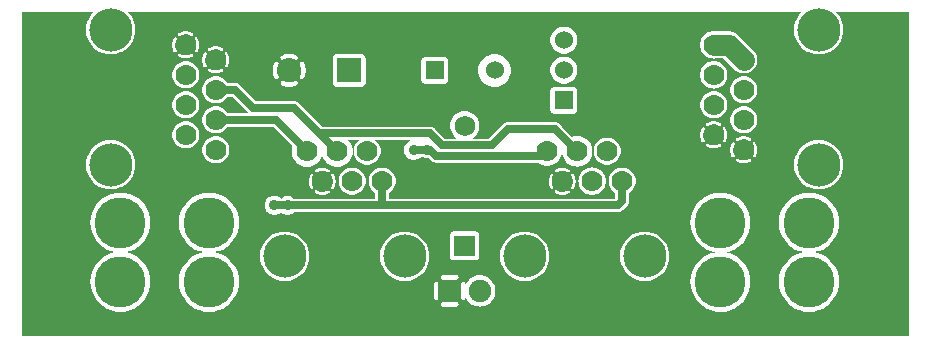
<source format=gbr>
G04 start of page 3 for group 1 idx 1 *
G04 Title: (unknown), solder *
G04 Creator: pcb 20140316 *
G04 CreationDate: Thu 20 Aug 2020 03:13:35 AM GMT UTC *
G04 For: railfan *
G04 Format: Gerber/RS-274X *
G04 PCB-Dimensions (mil): 3000.00 1125.00 *
G04 PCB-Coordinate-Origin: lower left *
%MOIN*%
%FSLAX25Y25*%
%LNBOTTOM*%
%ADD46C,0.0480*%
%ADD45C,0.0380*%
%ADD44C,0.0430*%
%ADD43C,0.1280*%
%ADD42C,0.0300*%
%ADD41C,0.0730*%
%ADD40C,0.0200*%
%ADD39C,0.0360*%
%ADD38C,0.0600*%
%ADD37C,0.0680*%
%ADD36C,0.0800*%
%ADD35C,0.0750*%
%ADD34C,0.1440*%
%ADD33C,0.1700*%
%ADD32C,0.0700*%
%ADD31C,0.0250*%
%ADD30C,0.0001*%
G54D30*G36*
X264735Y96477D02*X265458Y96177D01*
X266713Y95876D01*
X268000Y95775D01*
X269287Y95876D01*
X270542Y96177D01*
X271734Y96671D01*
X272835Y97346D01*
X273816Y98184D01*
X274654Y99165D01*
X275329Y100266D01*
X275823Y101458D01*
X276124Y102713D01*
X276200Y104000D01*
X276124Y105287D01*
X275823Y106542D01*
X275329Y107734D01*
X274654Y108835D01*
X273816Y109816D01*
X273601Y110000D01*
X298000D01*
Y2000D01*
X264735D01*
Y9970D01*
X264750Y9969D01*
X266319Y10093D01*
X267850Y10460D01*
X269304Y11062D01*
X270646Y11885D01*
X271843Y12907D01*
X272865Y14104D01*
X273688Y15446D01*
X274290Y16900D01*
X274657Y18431D01*
X274750Y20000D01*
X274657Y21569D01*
X274290Y23100D01*
X273688Y24554D01*
X272865Y25896D01*
X271843Y27093D01*
X270646Y28115D01*
X269304Y28938D01*
X267850Y29540D01*
X266558Y29850D01*
X267850Y30160D01*
X269304Y30762D01*
X270646Y31585D01*
X271843Y32607D01*
X272865Y33804D01*
X273688Y35146D01*
X274290Y36600D01*
X274657Y38131D01*
X274750Y39700D01*
X274657Y41269D01*
X274290Y42800D01*
X273688Y44254D01*
X272865Y45596D01*
X271843Y46793D01*
X270646Y47815D01*
X269304Y48638D01*
X267850Y49240D01*
X266319Y49607D01*
X264750Y49731D01*
X264735Y49730D01*
Y51477D01*
X265458Y51177D01*
X266713Y50876D01*
X268000Y50775D01*
X269287Y50876D01*
X270542Y51177D01*
X271734Y51671D01*
X272835Y52346D01*
X273816Y53184D01*
X274654Y54165D01*
X275329Y55266D01*
X275823Y56458D01*
X276124Y57713D01*
X276200Y59000D01*
X276124Y60287D01*
X275823Y61542D01*
X275329Y62734D01*
X274654Y63835D01*
X273816Y64816D01*
X272835Y65654D01*
X271734Y66329D01*
X270542Y66823D01*
X269287Y67124D01*
X268000Y67225D01*
X266713Y67124D01*
X265458Y66823D01*
X264735Y66523D01*
Y96477D01*
G37*
G36*
X246720Y110000D02*X262399D01*
X262184Y109816D01*
X261346Y108835D01*
X260671Y107734D01*
X260177Y106542D01*
X259876Y105287D01*
X259775Y104000D01*
X259876Y102713D01*
X260177Y101458D01*
X260671Y100266D01*
X261346Y99165D01*
X262184Y98184D01*
X263165Y97346D01*
X264266Y96671D01*
X264735Y96477D01*
Y66523D01*
X264266Y66329D01*
X263165Y65654D01*
X262184Y64816D01*
X261346Y63835D01*
X260671Y62734D01*
X260177Y61542D01*
X259876Y60287D01*
X259775Y59000D01*
X259876Y57713D01*
X260177Y56458D01*
X260671Y55266D01*
X261346Y54165D01*
X262184Y53184D01*
X263165Y52346D01*
X264266Y51671D01*
X264735Y51477D01*
Y49730D01*
X263181Y49607D01*
X261650Y49240D01*
X260196Y48638D01*
X258854Y47815D01*
X257657Y46793D01*
X256635Y45596D01*
X255812Y44254D01*
X255210Y42800D01*
X254843Y41269D01*
X254719Y39700D01*
X254843Y38131D01*
X255210Y36600D01*
X255812Y35146D01*
X256635Y33804D01*
X257657Y32607D01*
X258854Y31585D01*
X260196Y30762D01*
X261650Y30160D01*
X262942Y29850D01*
X261650Y29540D01*
X260196Y28938D01*
X258854Y28115D01*
X257657Y27093D01*
X256635Y25896D01*
X255812Y24554D01*
X255210Y23100D01*
X254843Y21569D01*
X254719Y20000D01*
X254843Y18431D01*
X255210Y16900D01*
X255812Y15446D01*
X256635Y14104D01*
X257657Y12907D01*
X258854Y11885D01*
X260196Y11062D01*
X261650Y10460D01*
X263181Y10093D01*
X264735Y9970D01*
Y2000D01*
X246720D01*
Y61544D01*
X246771Y61583D01*
X246826Y61639D01*
X246870Y61704D01*
X247064Y62056D01*
X247221Y62426D01*
X247344Y62809D01*
X247433Y63200D01*
X247487Y63599D01*
X247504Y64000D01*
X247487Y64401D01*
X247433Y64800D01*
X247344Y65191D01*
X247221Y65574D01*
X247064Y65944D01*
X246874Y66298D01*
X246829Y66363D01*
X246774Y66420D01*
X246720Y66460D01*
Y71459D01*
X247022Y71951D01*
X247293Y72605D01*
X247458Y73294D01*
X247500Y74000D01*
X247458Y74706D01*
X247293Y75395D01*
X247022Y76049D01*
X246720Y76541D01*
Y81459D01*
X247022Y81951D01*
X247293Y82605D01*
X247458Y83294D01*
X247500Y84000D01*
X247458Y84706D01*
X247293Y85395D01*
X247022Y86049D01*
X246720Y86541D01*
Y91459D01*
X246795Y91581D01*
X247022Y91951D01*
X247134Y92222D01*
X247293Y92605D01*
X247419Y93129D01*
X247458Y93294D01*
Y93294D01*
X247514Y94000D01*
X247458Y94706D01*
X247293Y95395D01*
X247022Y96049D01*
X246720Y96541D01*
Y110000D01*
G37*
G36*
Y86541D02*X246652Y86653D01*
X246192Y87192D01*
X245653Y87652D01*
X245049Y88022D01*
X244395Y88293D01*
X243706Y88458D01*
X243002Y88514D01*
Y89486D01*
X243706Y89542D01*
X244395Y89707D01*
X245049Y89978D01*
X245653Y90348D01*
X246192Y90808D01*
X246652Y91347D01*
X246720Y91459D01*
Y86541D01*
G37*
G36*
Y76541D02*X246652Y76653D01*
X246192Y77192D01*
X245653Y77652D01*
X245049Y78022D01*
X244395Y78293D01*
X243706Y78458D01*
X243002Y78514D01*
Y79486D01*
X243706Y79542D01*
X244395Y79707D01*
X245049Y79978D01*
X245653Y80348D01*
X246192Y80808D01*
X246652Y81347D01*
X246720Y81459D01*
Y76541D01*
G37*
G36*
Y2000D02*X243002D01*
Y13679D01*
X243365Y14104D01*
X244188Y15446D01*
X244790Y16900D01*
X245157Y18431D01*
X245250Y20000D01*
X245157Y21569D01*
X244790Y23100D01*
X244188Y24554D01*
X243365Y25896D01*
X243002Y26321D01*
Y33379D01*
X243365Y33804D01*
X244188Y35146D01*
X244790Y36600D01*
X245157Y38131D01*
X245250Y39700D01*
X245157Y41269D01*
X244790Y42800D01*
X244188Y44254D01*
X243365Y45596D01*
X243002Y46021D01*
Y59496D01*
X243401Y59513D01*
X243800Y59567D01*
X244191Y59656D01*
X244574Y59779D01*
X244944Y59936D01*
X245298Y60126D01*
X245363Y60171D01*
X245420Y60226D01*
X245468Y60290D01*
X245504Y60360D01*
X245530Y60435D01*
X245544Y60513D01*
X245545Y60592D01*
X245533Y60671D01*
X245510Y60746D01*
X245475Y60817D01*
X245429Y60882D01*
X245374Y60939D01*
X245311Y60987D01*
X245241Y61024D01*
X245166Y61049D01*
X245088Y61063D01*
X245008Y61064D01*
X244930Y61052D01*
X244854Y61029D01*
X244784Y60993D01*
X244510Y60843D01*
X244223Y60721D01*
X243926Y60625D01*
X243621Y60556D01*
X243312Y60514D01*
X243002Y60500D01*
Y67500D01*
X243312Y67486D01*
X243621Y67444D01*
X243926Y67375D01*
X244223Y67279D01*
X244510Y67157D01*
X244786Y67010D01*
X244855Y66974D01*
X244931Y66951D01*
X245009Y66940D01*
X245087Y66941D01*
X245165Y66954D01*
X245239Y66980D01*
X245309Y67016D01*
X245372Y67064D01*
X245427Y67120D01*
X245472Y67184D01*
X245507Y67255D01*
X245530Y67330D01*
X245541Y67408D01*
X245540Y67487D01*
X245527Y67564D01*
X245501Y67639D01*
X245465Y67708D01*
X245417Y67771D01*
X245361Y67826D01*
X245296Y67870D01*
X244944Y68064D01*
X244574Y68221D01*
X244191Y68344D01*
X243800Y68433D01*
X243401Y68487D01*
X243002Y68504D01*
Y69486D01*
X243706Y69542D01*
X244395Y69707D01*
X245049Y69978D01*
X245653Y70348D01*
X246192Y70808D01*
X246652Y71347D01*
X246720Y71459D01*
Y66460D01*
X246710Y66468D01*
X246640Y66504D01*
X246565Y66530D01*
X246487Y66544D01*
X246408Y66545D01*
X246329Y66533D01*
X246254Y66510D01*
X246183Y66475D01*
X246118Y66429D01*
X246061Y66374D01*
X246013Y66311D01*
X245976Y66241D01*
X245951Y66166D01*
X245937Y66088D01*
X245936Y66008D01*
X245948Y65930D01*
X245971Y65854D01*
X246007Y65784D01*
X246157Y65510D01*
X246279Y65223D01*
X246375Y64926D01*
X246444Y64621D01*
X246486Y64312D01*
X246500Y64000D01*
X246486Y63688D01*
X246444Y63379D01*
X246375Y63074D01*
X246279Y62777D01*
X246157Y62490D01*
X246010Y62214D01*
X245974Y62145D01*
X245951Y62069D01*
X245940Y61991D01*
X245941Y61913D01*
X245954Y61835D01*
X245980Y61761D01*
X246016Y61691D01*
X246064Y61628D01*
X246120Y61573D01*
X246184Y61528D01*
X246255Y61493D01*
X246330Y61470D01*
X246408Y61459D01*
X246487Y61460D01*
X246564Y61473D01*
X246639Y61499D01*
X246708Y61535D01*
X246720Y61544D01*
Y2000D01*
G37*
G36*
X243002Y110000D02*X246720D01*
Y96541D01*
X246652Y96653D01*
X246652Y96653D01*
X246192Y97192D01*
X246057Y97307D01*
X243002Y100362D01*
Y110000D01*
G37*
G36*
X239280Y81459D02*X239348Y81347D01*
X239808Y80808D01*
X240347Y80348D01*
X240951Y79978D01*
X241605Y79707D01*
X242294Y79542D01*
X243000Y79486D01*
X243002Y79486D01*
Y78514D01*
X243000Y78514D01*
X242294Y78458D01*
X241605Y78293D01*
X240951Y78022D01*
X240347Y77652D01*
X239808Y77192D01*
X239348Y76653D01*
X239280Y76541D01*
Y81459D01*
G37*
G36*
Y91356D02*X239693Y90943D01*
X239808Y90808D01*
X240347Y90348D01*
X240347Y90348D01*
X240581Y90205D01*
X240951Y89978D01*
X241222Y89866D01*
X241605Y89707D01*
X242129Y89581D01*
X242294Y89542D01*
X242349Y89537D01*
X243000Y89486D01*
X243002Y89486D01*
Y88514D01*
X243000Y88514D01*
X242294Y88458D01*
X241605Y88293D01*
X240951Y88022D01*
X240347Y87652D01*
X239808Y87192D01*
X239348Y86653D01*
X239280Y86541D01*
Y91356D01*
G37*
G36*
X243002Y46021D02*X242343Y46793D01*
X241146Y47815D01*
X239804Y48638D01*
X239280Y48855D01*
Y61540D01*
X239290Y61532D01*
X239360Y61496D01*
X239435Y61470D01*
X239513Y61456D01*
X239592Y61455D01*
X239671Y61467D01*
X239746Y61490D01*
X239817Y61525D01*
X239882Y61571D01*
X239939Y61626D01*
X239987Y61689D01*
X240024Y61759D01*
X240049Y61834D01*
X240063Y61912D01*
X240064Y61992D01*
X240052Y62070D01*
X240029Y62146D01*
X239993Y62216D01*
X239843Y62490D01*
X239721Y62777D01*
X239625Y63074D01*
X239556Y63379D01*
X239514Y63688D01*
X239500Y64000D01*
X239514Y64312D01*
X239556Y64621D01*
X239625Y64926D01*
X239721Y65223D01*
X239843Y65510D01*
X239990Y65786D01*
X240026Y65855D01*
X240049Y65931D01*
X240060Y66009D01*
X240059Y66087D01*
X240046Y66165D01*
X240020Y66239D01*
X239984Y66309D01*
X239936Y66372D01*
X239880Y66427D01*
X239816Y66472D01*
X239745Y66507D01*
X239670Y66530D01*
X239592Y66541D01*
X239513Y66540D01*
X239436Y66527D01*
X239361Y66501D01*
X239292Y66465D01*
X239280Y66456D01*
Y71459D01*
X239348Y71347D01*
X239808Y70808D01*
X240347Y70348D01*
X240951Y69978D01*
X241605Y69707D01*
X242294Y69542D01*
X243000Y69486D01*
X243002Y69486D01*
Y68504D01*
X243000Y68504D01*
X242599Y68487D01*
X242200Y68433D01*
X241809Y68344D01*
X241426Y68221D01*
X241056Y68064D01*
X240702Y67874D01*
X240637Y67829D01*
X240580Y67774D01*
X240532Y67710D01*
X240496Y67640D01*
X240470Y67565D01*
X240456Y67487D01*
X240455Y67408D01*
X240467Y67329D01*
X240490Y67254D01*
X240525Y67183D01*
X240571Y67118D01*
X240626Y67061D01*
X240689Y67013D01*
X240759Y66976D01*
X240834Y66951D01*
X240912Y66937D01*
X240992Y66936D01*
X241070Y66948D01*
X241146Y66971D01*
X241216Y67007D01*
X241490Y67157D01*
X241777Y67279D01*
X242074Y67375D01*
X242379Y67444D01*
X242688Y67486D01*
X243000Y67500D01*
X243002Y67500D01*
Y60500D01*
X243000Y60500D01*
X242688Y60514D01*
X242379Y60556D01*
X242074Y60625D01*
X241777Y60721D01*
X241490Y60843D01*
X241214Y60990D01*
X241145Y61026D01*
X241069Y61049D01*
X240991Y61060D01*
X240913Y61059D01*
X240835Y61046D01*
X240761Y61020D01*
X240691Y60984D01*
X240628Y60936D01*
X240573Y60880D01*
X240528Y60816D01*
X240493Y60745D01*
X240470Y60670D01*
X240459Y60592D01*
X240460Y60513D01*
X240473Y60436D01*
X240499Y60361D01*
X240535Y60292D01*
X240583Y60229D01*
X240639Y60174D01*
X240704Y60130D01*
X241056Y59936D01*
X241426Y59779D01*
X241809Y59656D01*
X242200Y59567D01*
X242599Y59513D01*
X243000Y59496D01*
X243002Y59496D01*
Y46021D01*
G37*
G36*
X239280Y48855D02*X238350Y49240D01*
X237950Y49336D01*
Y92686D01*
X239280Y91356D01*
Y86541D01*
X238978Y86049D01*
X238707Y85395D01*
X238542Y84706D01*
X238486Y84000D01*
X238542Y83294D01*
X238707Y82605D01*
X238978Y81951D01*
X239280Y81459D01*
Y76541D01*
X238978Y76049D01*
X238707Y75395D01*
X238542Y74706D01*
X238486Y74000D01*
X238542Y73294D01*
X238707Y72605D01*
X238978Y71951D01*
X239280Y71459D01*
Y66456D01*
X239229Y66417D01*
X239174Y66361D01*
X239130Y66296D01*
X238936Y65944D01*
X238779Y65574D01*
X238656Y65191D01*
X238567Y64800D01*
X238513Y64401D01*
X238496Y64000D01*
X238513Y63599D01*
X238567Y63200D01*
X238656Y62809D01*
X238779Y62426D01*
X238936Y62056D01*
X239126Y61702D01*
X239171Y61637D01*
X239226Y61580D01*
X239280Y61540D01*
Y48855D01*
G37*
G36*
X243002Y26321D02*X242343Y27093D01*
X241146Y28115D01*
X239804Y28938D01*
X238350Y29540D01*
X237950Y29636D01*
Y30064D01*
X238350Y30160D01*
X239804Y30762D01*
X241146Y31585D01*
X242343Y32607D01*
X243002Y33379D01*
Y26321D01*
G37*
G36*
Y2000D02*X237950D01*
Y10364D01*
X238350Y10460D01*
X239804Y11062D01*
X241146Y11885D01*
X242343Y12907D01*
X243002Y13679D01*
Y2000D01*
G37*
G36*
X237950Y110000D02*X243002D01*
Y100362D01*
X241307Y102057D01*
X241192Y102192D01*
X240653Y102652D01*
X240653Y102652D01*
X240049Y103022D01*
X239395Y103293D01*
X239230Y103333D01*
X238706Y103458D01*
X238706Y103458D01*
X238000Y103514D01*
X237950Y103510D01*
Y110000D01*
G37*
G36*
Y29636D02*X237058Y29850D01*
X237950Y30064D01*
Y29636D01*
G37*
G36*
X233002Y10256D02*X233681Y10093D01*
X235250Y9969D01*
X236819Y10093D01*
X237950Y10364D01*
Y2000D01*
X233002D01*
Y10256D01*
G37*
G36*
Y29956D02*X233442Y29850D01*
X233002Y29744D01*
Y29956D01*
G37*
G36*
X236720Y93916D02*X237950Y92686D01*
Y49336D01*
X236819Y49607D01*
X236720Y49615D01*
Y66544D01*
X236771Y66583D01*
X236826Y66639D01*
X236870Y66704D01*
X237064Y67056D01*
X237221Y67426D01*
X237344Y67809D01*
X237433Y68200D01*
X237487Y68599D01*
X237504Y69000D01*
X237487Y69401D01*
X237433Y69800D01*
X237344Y70191D01*
X237221Y70574D01*
X237064Y70944D01*
X236874Y71298D01*
X236829Y71363D01*
X236774Y71420D01*
X236720Y71460D01*
Y76459D01*
X237022Y76951D01*
X237293Y77605D01*
X237458Y78294D01*
X237500Y79000D01*
X237458Y79706D01*
X237293Y80395D01*
X237022Y81049D01*
X236720Y81541D01*
Y86273D01*
X236733Y86288D01*
X237111Y86905D01*
X237388Y87574D01*
X237557Y88278D01*
X237600Y89000D01*
X237557Y89722D01*
X237388Y90426D01*
X237111Y91095D01*
X236733Y91712D01*
X236720Y91727D01*
Y93916D01*
G37*
G36*
Y81541D02*X236652Y81653D01*
X236192Y82192D01*
X235653Y82652D01*
X235049Y83022D01*
X234395Y83293D01*
X233706Y83458D01*
X233002Y83514D01*
Y84386D01*
X233722Y84443D01*
X234426Y84612D01*
X235095Y84889D01*
X235712Y85267D01*
X236263Y85737D01*
X236720Y86273D01*
Y81541D01*
G37*
G36*
Y49615D02*X235250Y49731D01*
X233681Y49607D01*
X233002Y49444D01*
Y64496D01*
X233401Y64513D01*
X233800Y64567D01*
X234191Y64656D01*
X234574Y64779D01*
X234944Y64936D01*
X235298Y65126D01*
X235363Y65171D01*
X235420Y65226D01*
X235468Y65290D01*
X235504Y65360D01*
X235530Y65435D01*
X235544Y65513D01*
X235545Y65592D01*
X235533Y65671D01*
X235510Y65746D01*
X235475Y65817D01*
X235429Y65882D01*
X235374Y65939D01*
X235311Y65987D01*
X235241Y66024D01*
X235166Y66049D01*
X235088Y66063D01*
X235008Y66064D01*
X234930Y66052D01*
X234854Y66029D01*
X234784Y65993D01*
X234510Y65843D01*
X234223Y65721D01*
X233926Y65625D01*
X233621Y65556D01*
X233312Y65514D01*
X233002Y65500D01*
Y72500D01*
X233312Y72486D01*
X233621Y72444D01*
X233926Y72375D01*
X234223Y72279D01*
X234510Y72157D01*
X234786Y72010D01*
X234855Y71974D01*
X234931Y71951D01*
X235009Y71940D01*
X235087Y71941D01*
X235165Y71954D01*
X235239Y71980D01*
X235309Y72016D01*
X235372Y72064D01*
X235427Y72120D01*
X235472Y72184D01*
X235507Y72255D01*
X235530Y72330D01*
X235541Y72408D01*
X235540Y72487D01*
X235527Y72564D01*
X235501Y72639D01*
X235465Y72708D01*
X235417Y72771D01*
X235361Y72826D01*
X235296Y72870D01*
X234944Y73064D01*
X234574Y73221D01*
X234191Y73344D01*
X233800Y73433D01*
X233401Y73487D01*
X233002Y73504D01*
Y74486D01*
X233706Y74542D01*
X234395Y74707D01*
X235049Y74978D01*
X235653Y75348D01*
X236192Y75808D01*
X236652Y76347D01*
X236720Y76459D01*
Y71460D01*
X236710Y71468D01*
X236640Y71504D01*
X236565Y71530D01*
X236487Y71544D01*
X236408Y71545D01*
X236329Y71533D01*
X236254Y71510D01*
X236183Y71475D01*
X236118Y71429D01*
X236061Y71374D01*
X236013Y71311D01*
X235976Y71241D01*
X235951Y71166D01*
X235937Y71088D01*
X235936Y71008D01*
X235948Y70930D01*
X235971Y70854D01*
X236007Y70784D01*
X236157Y70510D01*
X236279Y70223D01*
X236375Y69926D01*
X236444Y69621D01*
X236486Y69312D01*
X236500Y69000D01*
X236486Y68688D01*
X236444Y68379D01*
X236375Y68074D01*
X236279Y67777D01*
X236157Y67490D01*
X236010Y67214D01*
X235974Y67145D01*
X235951Y67069D01*
X235940Y66991D01*
X235941Y66913D01*
X235954Y66835D01*
X235980Y66761D01*
X236016Y66691D01*
X236064Y66628D01*
X236120Y66573D01*
X236184Y66528D01*
X236255Y66493D01*
X236330Y66470D01*
X236408Y66459D01*
X236487Y66460D01*
X236564Y66473D01*
X236639Y66499D01*
X236708Y66535D01*
X236720Y66544D01*
Y49615D01*
G37*
G36*
X233002Y94386D02*X233722Y94443D01*
X233961Y94500D01*
X236136D01*
X236720Y93916D01*
Y91727D01*
X236263Y92263D01*
X235712Y92733D01*
X235095Y93111D01*
X234426Y93388D01*
X233722Y93557D01*
X233002Y93614D01*
Y94386D01*
G37*
G36*
Y110000D02*X237950D01*
Y103510D01*
X237824Y103500D01*
X233961D01*
X233722Y103557D01*
X233002Y103614D01*
Y110000D01*
G37*
G36*
X229280Y11948D02*X229354Y11885D01*
X230696Y11062D01*
X232150Y10460D01*
X233002Y10256D01*
Y2000D01*
X229280D01*
Y11948D01*
G37*
G36*
Y31648D02*X229354Y31585D01*
X230696Y30762D01*
X232150Y30160D01*
X233002Y29956D01*
Y29744D01*
X232150Y29540D01*
X230696Y28938D01*
X229354Y28115D01*
X229280Y28052D01*
Y31648D01*
G37*
G36*
Y76459D02*X229348Y76347D01*
X229808Y75808D01*
X230347Y75348D01*
X230951Y74978D01*
X231605Y74707D01*
X232294Y74542D01*
X233000Y74486D01*
X233002Y74486D01*
Y73504D01*
X233000Y73504D01*
X232599Y73487D01*
X232200Y73433D01*
X231809Y73344D01*
X231426Y73221D01*
X231056Y73064D01*
X230702Y72874D01*
X230637Y72829D01*
X230580Y72774D01*
X230532Y72710D01*
X230496Y72640D01*
X230470Y72565D01*
X230456Y72487D01*
X230455Y72408D01*
X230467Y72329D01*
X230490Y72254D01*
X230525Y72183D01*
X230571Y72118D01*
X230626Y72061D01*
X230689Y72013D01*
X230759Y71976D01*
X230834Y71951D01*
X230912Y71937D01*
X230992Y71936D01*
X231070Y71948D01*
X231146Y71971D01*
X231216Y72007D01*
X231490Y72157D01*
X231777Y72279D01*
X232074Y72375D01*
X232379Y72444D01*
X232688Y72486D01*
X233000Y72500D01*
X233002Y72500D01*
Y65500D01*
X233000Y65500D01*
X232688Y65514D01*
X232379Y65556D01*
X232074Y65625D01*
X231777Y65721D01*
X231490Y65843D01*
X231214Y65990D01*
X231145Y66026D01*
X231069Y66049D01*
X230991Y66060D01*
X230913Y66059D01*
X230835Y66046D01*
X230761Y66020D01*
X230691Y65984D01*
X230628Y65936D01*
X230573Y65880D01*
X230528Y65816D01*
X230493Y65745D01*
X230470Y65670D01*
X230459Y65592D01*
X230460Y65513D01*
X230473Y65436D01*
X230499Y65361D01*
X230535Y65292D01*
X230583Y65229D01*
X230639Y65174D01*
X230704Y65130D01*
X231056Y64936D01*
X231426Y64779D01*
X231809Y64656D01*
X232200Y64567D01*
X232599Y64513D01*
X233000Y64496D01*
X233002Y64496D01*
Y49444D01*
X232150Y49240D01*
X230696Y48638D01*
X229354Y47815D01*
X229280Y47752D01*
Y66540D01*
X229290Y66532D01*
X229360Y66496D01*
X229435Y66470D01*
X229513Y66456D01*
X229592Y66455D01*
X229671Y66467D01*
X229746Y66490D01*
X229817Y66525D01*
X229882Y66571D01*
X229939Y66626D01*
X229987Y66689D01*
X230024Y66759D01*
X230049Y66834D01*
X230063Y66912D01*
X230064Y66992D01*
X230052Y67070D01*
X230029Y67146D01*
X229993Y67216D01*
X229843Y67490D01*
X229721Y67777D01*
X229625Y68074D01*
X229556Y68379D01*
X229514Y68688D01*
X229500Y69000D01*
X229514Y69312D01*
X229556Y69621D01*
X229625Y69926D01*
X229721Y70223D01*
X229843Y70510D01*
X229990Y70786D01*
X230026Y70855D01*
X230049Y70931D01*
X230060Y71009D01*
X230059Y71087D01*
X230046Y71165D01*
X230020Y71239D01*
X229984Y71309D01*
X229936Y71372D01*
X229880Y71427D01*
X229816Y71472D01*
X229745Y71507D01*
X229670Y71530D01*
X229592Y71541D01*
X229513Y71540D01*
X229436Y71527D01*
X229361Y71501D01*
X229292Y71465D01*
X229280Y71456D01*
Y76459D01*
G37*
G36*
Y86273D02*X229737Y85737D01*
X230288Y85267D01*
X230905Y84889D01*
X231574Y84612D01*
X232278Y84443D01*
X233000Y84386D01*
X233002Y84386D01*
Y83514D01*
X233000Y83514D01*
X232294Y83458D01*
X231605Y83293D01*
X230951Y83022D01*
X230347Y82652D01*
X229808Y82192D01*
X229348Y81653D01*
X229280Y81541D01*
Y86273D01*
G37*
G36*
Y96273D02*X229737Y95737D01*
X230288Y95267D01*
X230905Y94889D01*
X231574Y94612D01*
X232278Y94443D01*
X233000Y94386D01*
X233002Y94386D01*
Y93614D01*
X233000Y93614D01*
X232278Y93557D01*
X231574Y93388D01*
X230905Y93111D01*
X230288Y92733D01*
X229737Y92263D01*
X229280Y91727D01*
Y96273D01*
G37*
G36*
Y110000D02*X233002D01*
Y103614D01*
X233000Y103614D01*
X232278Y103557D01*
X231574Y103388D01*
X230905Y103111D01*
X230288Y102733D01*
X229737Y102263D01*
X229280Y101727D01*
Y110000D01*
G37*
G36*
X209987D02*X229280D01*
Y101727D01*
X229267Y101712D01*
X228889Y101095D01*
X228612Y100426D01*
X228443Y99722D01*
X228386Y99000D01*
X228443Y98278D01*
X228612Y97574D01*
X228889Y96905D01*
X229267Y96288D01*
X229280Y96273D01*
Y91727D01*
X229267Y91712D01*
X228889Y91095D01*
X228612Y90426D01*
X228443Y89722D01*
X228386Y89000D01*
X228443Y88278D01*
X228612Y87574D01*
X228889Y86905D01*
X229267Y86288D01*
X229280Y86273D01*
Y81541D01*
X228978Y81049D01*
X228707Y80395D01*
X228542Y79706D01*
X228486Y79000D01*
X228542Y78294D01*
X228707Y77605D01*
X228978Y76951D01*
X229280Y76459D01*
Y71456D01*
X229229Y71417D01*
X229174Y71361D01*
X229130Y71296D01*
X228936Y70944D01*
X228779Y70574D01*
X228656Y70191D01*
X228567Y69800D01*
X228513Y69401D01*
X228496Y69000D01*
X228513Y68599D01*
X228567Y68200D01*
X228656Y67809D01*
X228779Y67426D01*
X228936Y67056D01*
X229126Y66702D01*
X229171Y66637D01*
X229226Y66580D01*
X229280Y66540D01*
Y47752D01*
X228157Y46793D01*
X227135Y45596D01*
X226312Y44254D01*
X225710Y42800D01*
X225343Y41269D01*
X225219Y39700D01*
X225343Y38131D01*
X225710Y36600D01*
X226312Y35146D01*
X227135Y33804D01*
X228157Y32607D01*
X229280Y31648D01*
Y28052D01*
X228157Y27093D01*
X227135Y25896D01*
X226312Y24554D01*
X225710Y23100D01*
X225343Y21569D01*
X225219Y20000D01*
X225343Y18431D01*
X225710Y16900D01*
X226312Y15446D01*
X227135Y14104D01*
X228157Y12907D01*
X229280Y11948D01*
Y2000D01*
X209987D01*
Y20276D01*
X210000Y20275D01*
X211287Y20376D01*
X212542Y20677D01*
X213734Y21171D01*
X214835Y21846D01*
X215816Y22684D01*
X216654Y23665D01*
X217329Y24766D01*
X217823Y25958D01*
X218124Y27213D01*
X218200Y28500D01*
X218124Y29787D01*
X217823Y31042D01*
X217329Y32234D01*
X216654Y33335D01*
X215816Y34316D01*
X214835Y35154D01*
X213734Y35829D01*
X212542Y36323D01*
X211287Y36624D01*
X210000Y36725D01*
X209987Y36724D01*
Y110000D01*
G37*
G36*
X197493D02*X209987D01*
Y36724D01*
X208713Y36624D01*
X207458Y36323D01*
X206266Y35829D01*
X205165Y35154D01*
X204184Y34316D01*
X203346Y33335D01*
X202671Y32234D01*
X202177Y31042D01*
X201876Y29787D01*
X201775Y28500D01*
X201876Y27213D01*
X202177Y25958D01*
X202671Y24766D01*
X203346Y23665D01*
X204184Y22684D01*
X205165Y21846D01*
X206266Y21171D01*
X207458Y20677D01*
X208713Y20376D01*
X209987Y20276D01*
Y2000D01*
X197493D01*
Y43250D01*
X200912D01*
X201000Y43243D01*
X201353Y43271D01*
X201353Y43271D01*
X201697Y43354D01*
X202025Y43489D01*
X202327Y43674D01*
X202596Y43904D01*
X202653Y43971D01*
X204029Y45347D01*
X204096Y45404D01*
X204326Y45673D01*
X204326Y45673D01*
X204511Y45975D01*
X204646Y46303D01*
X204729Y46647D01*
X204757Y47000D01*
X204750Y47088D01*
Y49601D01*
X205153Y49848D01*
X205692Y50308D01*
X206152Y50847D01*
X206522Y51451D01*
X206793Y52105D01*
X206958Y52794D01*
X207000Y53500D01*
X206958Y54206D01*
X206793Y54895D01*
X206522Y55549D01*
X206152Y56153D01*
X205692Y56692D01*
X205153Y57152D01*
X204549Y57522D01*
X203895Y57793D01*
X203206Y57958D01*
X202500Y58014D01*
X201794Y57958D01*
X201105Y57793D01*
X200451Y57522D01*
X199847Y57152D01*
X199308Y56692D01*
X198848Y56153D01*
X198478Y55549D01*
X198207Y54895D01*
X198042Y54206D01*
X197986Y53500D01*
X198042Y52794D01*
X198207Y52105D01*
X198478Y51451D01*
X198848Y50847D01*
X199308Y50308D01*
X199847Y49848D01*
X200250Y49601D01*
Y47932D01*
X200068Y47750D01*
X197493D01*
Y58987D01*
X197500Y58986D01*
X198206Y59042D01*
X198895Y59207D01*
X199549Y59478D01*
X200153Y59848D01*
X200692Y60308D01*
X201152Y60847D01*
X201522Y61451D01*
X201793Y62105D01*
X201958Y62794D01*
X202000Y63500D01*
X201958Y64206D01*
X201793Y64895D01*
X201522Y65549D01*
X201152Y66153D01*
X200692Y66692D01*
X200153Y67152D01*
X199549Y67522D01*
X198895Y67793D01*
X198206Y67958D01*
X197500Y68014D01*
X197493Y68013D01*
Y110000D01*
G37*
G36*
Y2000D02*X192493D01*
Y43250D01*
X197493D01*
Y2000D01*
G37*
G36*
X192493Y110000D02*X197493D01*
Y68013D01*
X196794Y67958D01*
X196105Y67793D01*
X195451Y67522D01*
X194847Y67152D01*
X194308Y66692D01*
X193848Y66153D01*
X193478Y65549D01*
X193207Y64895D01*
X193042Y64206D01*
X192986Y63500D01*
X193042Y62794D01*
X193207Y62105D01*
X193478Y61451D01*
X193848Y60847D01*
X194308Y60308D01*
X194847Y59848D01*
X195451Y59478D01*
X196105Y59207D01*
X196794Y59042D01*
X197493Y58987D01*
Y47750D01*
X192493D01*
Y48886D01*
X192500Y48886D01*
X193222Y48943D01*
X193926Y49112D01*
X194595Y49389D01*
X195212Y49767D01*
X195763Y50237D01*
X196233Y50788D01*
X196611Y51405D01*
X196888Y52074D01*
X197057Y52778D01*
X197100Y53500D01*
X197057Y54222D01*
X196888Y54926D01*
X196611Y55595D01*
X196233Y56212D01*
X195763Y56763D01*
X195212Y57233D01*
X194595Y57611D01*
X193926Y57888D01*
X193222Y58057D01*
X192500Y58114D01*
X192493Y58114D01*
Y62450D01*
X192553Y62700D01*
X192600Y63500D01*
X192553Y64300D01*
X192493Y64550D01*
Y110000D01*
G37*
G36*
Y47750D02*X186220D01*
Y51044D01*
X186271Y51083D01*
X186326Y51139D01*
X186370Y51204D01*
X186564Y51556D01*
X186721Y51926D01*
X186844Y52309D01*
X186933Y52700D01*
X186987Y53099D01*
X187004Y53500D01*
X186987Y53901D01*
X186933Y54300D01*
X186844Y54691D01*
X186721Y55074D01*
X186564Y55444D01*
X186374Y55798D01*
X186329Y55863D01*
X186274Y55920D01*
X186220Y55960D01*
Y58562D01*
X186700Y58447D01*
X187500Y58384D01*
X188300Y58447D01*
X189081Y58635D01*
X189822Y58942D01*
X190507Y59361D01*
X191117Y59883D01*
X191639Y60493D01*
X192058Y61178D01*
X192365Y61919D01*
X192493Y62450D01*
Y58114D01*
X191778Y58057D01*
X191074Y57888D01*
X190405Y57611D01*
X189788Y57233D01*
X189237Y56763D01*
X188767Y56212D01*
X188389Y55595D01*
X188112Y54926D01*
X187943Y54222D01*
X187886Y53500D01*
X187943Y52778D01*
X188112Y52074D01*
X188389Y51405D01*
X188767Y50788D01*
X189237Y50237D01*
X189788Y49767D01*
X190405Y49389D01*
X191074Y49112D01*
X191778Y48943D01*
X192493Y48886D01*
Y47750D01*
G37*
G36*
Y2000D02*X186220D01*
Y43250D01*
X192493D01*
Y2000D01*
G37*
G36*
X186220Y110000D02*X192493D01*
Y64550D01*
X192365Y65081D01*
X192058Y65822D01*
X191639Y66507D01*
X191117Y67117D01*
X190507Y67639D01*
X189822Y68058D01*
X189081Y68365D01*
X188300Y68553D01*
X187500Y68616D01*
X186700Y68553D01*
X186220Y68438D01*
Y76014D01*
X186235Y76014D01*
X186465Y76069D01*
X186683Y76159D01*
X186884Y76283D01*
X187064Y76436D01*
X187217Y76616D01*
X187341Y76817D01*
X187431Y77035D01*
X187486Y77265D01*
X187500Y77500D01*
X187486Y83735D01*
X187431Y83965D01*
X187341Y84183D01*
X187217Y84384D01*
X187064Y84564D01*
X186884Y84717D01*
X186683Y84841D01*
X186465Y84931D01*
X186235Y84986D01*
X186220Y84987D01*
Y87342D01*
X186652Y87847D01*
X187022Y88451D01*
X187293Y89105D01*
X187458Y89794D01*
X187500Y90500D01*
X187458Y91206D01*
X187293Y91895D01*
X187022Y92549D01*
X186652Y93153D01*
X186220Y93658D01*
Y97342D01*
X186652Y97847D01*
X187022Y98451D01*
X187293Y99105D01*
X187458Y99794D01*
X187500Y100500D01*
X187458Y101206D01*
X187293Y101895D01*
X187022Y102549D01*
X186652Y103153D01*
X186220Y103658D01*
Y110000D01*
G37*
G36*
Y93658D02*X186192Y93692D01*
X185653Y94152D01*
X185049Y94522D01*
X184395Y94793D01*
X183706Y94958D01*
X183000Y95014D01*
X182502Y94975D01*
Y96025D01*
X183000Y95986D01*
X183706Y96042D01*
X184395Y96207D01*
X185049Y96478D01*
X185653Y96848D01*
X186192Y97308D01*
X186220Y97342D01*
Y93658D01*
G37*
G36*
Y84987D02*X186000Y85000D01*
X182502Y84992D01*
Y86025D01*
X183000Y85986D01*
X183706Y86042D01*
X184395Y86207D01*
X185049Y86478D01*
X185653Y86848D01*
X186192Y87308D01*
X186220Y87342D01*
Y84987D01*
G37*
G36*
Y68438D02*X185919Y68365D01*
X185847Y68335D01*
X182502Y71680D01*
Y76006D01*
X186220Y76014D01*
Y68438D01*
G37*
G36*
Y47750D02*X182502D01*
Y48996D01*
X182901Y49013D01*
X183300Y49067D01*
X183691Y49156D01*
X184074Y49279D01*
X184444Y49436D01*
X184798Y49626D01*
X184863Y49671D01*
X184920Y49726D01*
X184968Y49790D01*
X185004Y49860D01*
X185030Y49935D01*
X185044Y50013D01*
X185045Y50092D01*
X185033Y50171D01*
X185010Y50246D01*
X184975Y50317D01*
X184929Y50382D01*
X184874Y50439D01*
X184811Y50487D01*
X184741Y50524D01*
X184666Y50549D01*
X184588Y50563D01*
X184508Y50564D01*
X184430Y50552D01*
X184354Y50529D01*
X184284Y50493D01*
X184010Y50343D01*
X183723Y50221D01*
X183426Y50125D01*
X183121Y50056D01*
X182812Y50014D01*
X182502Y50000D01*
Y57000D01*
X182812Y56986D01*
X183121Y56944D01*
X183426Y56875D01*
X183723Y56779D01*
X184010Y56657D01*
X184286Y56510D01*
X184355Y56474D01*
X184431Y56451D01*
X184509Y56440D01*
X184587Y56441D01*
X184665Y56454D01*
X184739Y56480D01*
X184809Y56516D01*
X184872Y56564D01*
X184927Y56620D01*
X184972Y56684D01*
X185007Y56755D01*
X185030Y56830D01*
X185041Y56908D01*
X185040Y56987D01*
X185027Y57064D01*
X185001Y57139D01*
X184965Y57208D01*
X184917Y57271D01*
X184861Y57326D01*
X184796Y57370D01*
X184444Y57564D01*
X184074Y57721D01*
X183691Y57844D01*
X183300Y57933D01*
X182901Y57987D01*
X182502Y58004D01*
Y62473D01*
X182635Y61919D01*
X182942Y61178D01*
X183361Y60493D01*
X183883Y59883D01*
X184493Y59361D01*
X185178Y58942D01*
X185919Y58635D01*
X186220Y58562D01*
Y55960D01*
X186210Y55968D01*
X186140Y56004D01*
X186065Y56030D01*
X185987Y56044D01*
X185908Y56045D01*
X185829Y56033D01*
X185754Y56010D01*
X185683Y55975D01*
X185618Y55929D01*
X185561Y55874D01*
X185513Y55811D01*
X185476Y55741D01*
X185451Y55666D01*
X185437Y55588D01*
X185436Y55508D01*
X185448Y55430D01*
X185471Y55354D01*
X185507Y55284D01*
X185657Y55010D01*
X185779Y54723D01*
X185875Y54426D01*
X185944Y54121D01*
X185986Y53812D01*
X186000Y53500D01*
X185986Y53188D01*
X185944Y52879D01*
X185875Y52574D01*
X185779Y52277D01*
X185657Y51990D01*
X185510Y51714D01*
X185474Y51645D01*
X185451Y51569D01*
X185440Y51491D01*
X185441Y51413D01*
X185454Y51335D01*
X185480Y51261D01*
X185516Y51191D01*
X185564Y51128D01*
X185620Y51073D01*
X185684Y51028D01*
X185755Y50993D01*
X185830Y50970D01*
X185908Y50959D01*
X185987Y50960D01*
X186064Y50973D01*
X186139Y50999D01*
X186208Y51035D01*
X186220Y51044D01*
Y47750D01*
G37*
G36*
Y2000D02*X182502D01*
Y43250D01*
X186220D01*
Y2000D01*
G37*
G36*
X182502Y110000D02*X186220D01*
Y103658D01*
X186192Y103692D01*
X185653Y104152D01*
X185049Y104522D01*
X184395Y104793D01*
X183706Y104958D01*
X183000Y105014D01*
X182502Y104975D01*
Y110000D01*
G37*
G36*
Y47750D02*X178780D01*
Y51040D01*
X178790Y51032D01*
X178860Y50996D01*
X178935Y50970D01*
X179013Y50956D01*
X179092Y50955D01*
X179171Y50967D01*
X179246Y50990D01*
X179317Y51025D01*
X179382Y51071D01*
X179439Y51126D01*
X179487Y51189D01*
X179524Y51259D01*
X179549Y51334D01*
X179563Y51412D01*
X179564Y51492D01*
X179552Y51570D01*
X179529Y51646D01*
X179493Y51716D01*
X179343Y51990D01*
X179221Y52277D01*
X179125Y52574D01*
X179056Y52879D01*
X179014Y53188D01*
X179000Y53500D01*
X179014Y53812D01*
X179056Y54121D01*
X179125Y54426D01*
X179221Y54723D01*
X179343Y55010D01*
X179490Y55286D01*
X179526Y55355D01*
X179549Y55431D01*
X179560Y55509D01*
X179559Y55587D01*
X179546Y55665D01*
X179520Y55739D01*
X179484Y55809D01*
X179436Y55872D01*
X179380Y55927D01*
X179316Y55972D01*
X179245Y56007D01*
X179170Y56030D01*
X179092Y56041D01*
X179013Y56040D01*
X178936Y56027D01*
X178861Y56001D01*
X178792Y55965D01*
X178780Y55956D01*
Y58768D01*
X179019Y58825D01*
X179731Y59121D01*
X180389Y59524D01*
X180976Y60024D01*
X181476Y60611D01*
X181879Y61269D01*
X182175Y61981D01*
X182355Y62731D01*
X182393Y63386D01*
X182447Y62700D01*
X182502Y62473D01*
Y58004D01*
X182500Y58004D01*
X182099Y57987D01*
X181700Y57933D01*
X181309Y57844D01*
X180926Y57721D01*
X180556Y57564D01*
X180202Y57374D01*
X180137Y57329D01*
X180080Y57274D01*
X180032Y57210D01*
X179996Y57140D01*
X179970Y57065D01*
X179956Y56987D01*
X179955Y56908D01*
X179967Y56829D01*
X179990Y56754D01*
X180025Y56683D01*
X180071Y56618D01*
X180126Y56561D01*
X180189Y56513D01*
X180259Y56476D01*
X180334Y56451D01*
X180412Y56437D01*
X180492Y56436D01*
X180570Y56448D01*
X180646Y56471D01*
X180716Y56507D01*
X180990Y56657D01*
X181277Y56779D01*
X181574Y56875D01*
X181879Y56944D01*
X182188Y56986D01*
X182500Y57000D01*
X182502Y57000D01*
Y50000D01*
X182500Y50000D01*
X182188Y50014D01*
X181879Y50056D01*
X181574Y50125D01*
X181277Y50221D01*
X180990Y50343D01*
X180714Y50490D01*
X180645Y50526D01*
X180569Y50549D01*
X180491Y50560D01*
X180413Y50559D01*
X180335Y50546D01*
X180261Y50520D01*
X180191Y50484D01*
X180128Y50436D01*
X180073Y50380D01*
X180028Y50316D01*
X179993Y50245D01*
X179970Y50170D01*
X179959Y50092D01*
X179960Y50013D01*
X179973Y49936D01*
X179999Y49861D01*
X180035Y49792D01*
X180083Y49729D01*
X180139Y49674D01*
X180204Y49630D01*
X180556Y49436D01*
X180926Y49279D01*
X181309Y49156D01*
X181700Y49067D01*
X182099Y49013D01*
X182500Y48996D01*
X182502Y48996D01*
Y47750D01*
G37*
G36*
X178780D02*X169987D01*
Y59750D01*
X174346D01*
X174611Y59524D01*
X175269Y59121D01*
X175981Y58825D01*
X176731Y58645D01*
X177500Y58585D01*
X178269Y58645D01*
X178780Y58768D01*
Y55956D01*
X178729Y55917D01*
X178674Y55861D01*
X178630Y55796D01*
X178436Y55444D01*
X178279Y55074D01*
X178156Y54691D01*
X178067Y54300D01*
X178013Y53901D01*
X177996Y53500D01*
X178013Y53099D01*
X178067Y52700D01*
X178156Y52309D01*
X178279Y51926D01*
X178436Y51556D01*
X178626Y51202D01*
X178671Y51137D01*
X178726Y51080D01*
X178780Y51040D01*
Y47750D01*
G37*
G36*
X182502Y2000D02*X169987D01*
Y20276D01*
X170000Y20275D01*
X171287Y20376D01*
X172542Y20677D01*
X173734Y21171D01*
X174835Y21846D01*
X175816Y22684D01*
X176654Y23665D01*
X177329Y24766D01*
X177823Y25958D01*
X178124Y27213D01*
X178200Y28500D01*
X178124Y29787D01*
X177823Y31042D01*
X177329Y32234D01*
X176654Y33335D01*
X175816Y34316D01*
X174835Y35154D01*
X173734Y35829D01*
X172542Y36323D01*
X171287Y36624D01*
X170000Y36725D01*
X169987Y36724D01*
Y43250D01*
X182502D01*
Y2000D01*
G37*
G36*
X169987Y110000D02*X182502D01*
Y104975D01*
X182294Y104958D01*
X181605Y104793D01*
X180951Y104522D01*
X180347Y104152D01*
X179808Y103692D01*
X179348Y103153D01*
X178978Y102549D01*
X178707Y101895D01*
X178542Y101206D01*
X178486Y100500D01*
X178542Y99794D01*
X178707Y99105D01*
X178978Y98451D01*
X179348Y97847D01*
X179808Y97308D01*
X180347Y96848D01*
X180951Y96478D01*
X181605Y96207D01*
X182294Y96042D01*
X182502Y96025D01*
Y94975D01*
X182294Y94958D01*
X181605Y94793D01*
X180951Y94522D01*
X180347Y94152D01*
X179808Y93692D01*
X179348Y93153D01*
X178978Y92549D01*
X178707Y91895D01*
X178542Y91206D01*
X178486Y90500D01*
X178542Y89794D01*
X178707Y89105D01*
X178978Y88451D01*
X179348Y87847D01*
X179808Y87308D01*
X180347Y86848D01*
X180951Y86478D01*
X181605Y86207D01*
X182294Y86042D01*
X182502Y86025D01*
Y84992D01*
X179765Y84986D01*
X179535Y84931D01*
X179317Y84841D01*
X179116Y84717D01*
X178936Y84564D01*
X178783Y84384D01*
X178659Y84183D01*
X178569Y83965D01*
X178514Y83735D01*
X178500Y83500D01*
X178514Y77265D01*
X178569Y77035D01*
X178659Y76817D01*
X178783Y76616D01*
X178936Y76436D01*
X179116Y76283D01*
X179317Y76159D01*
X179535Y76069D01*
X179765Y76014D01*
X180000Y76000D01*
X182502Y76006D01*
Y71680D01*
X181653Y72529D01*
X181596Y72596D01*
X181327Y72826D01*
X181025Y73011D01*
X180697Y73146D01*
X180353Y73229D01*
X180353Y73229D01*
X180000Y73257D01*
X179912Y73250D01*
X169987D01*
Y110000D01*
G37*
G36*
Y47750D02*X154500D01*
Y59750D01*
X160500D01*
X160500Y59750D01*
X169987D01*
Y47750D01*
G37*
G36*
Y2000D02*X154500D01*
Y11773D01*
X155000Y11734D01*
X155824Y11799D01*
X156627Y11992D01*
X157391Y12308D01*
X158095Y12740D01*
X158724Y13276D01*
X159260Y13905D01*
X159692Y14609D01*
X160008Y15373D01*
X160201Y16176D01*
X160250Y17000D01*
X160201Y17824D01*
X160008Y18627D01*
X159692Y19391D01*
X159260Y20095D01*
X158724Y20724D01*
X158095Y21260D01*
X157391Y21692D01*
X156627Y22008D01*
X155824Y22201D01*
X155000Y22266D01*
X154500Y22227D01*
Y27578D01*
X154617Y27716D01*
X154741Y27917D01*
X154831Y28135D01*
X154886Y28365D01*
X154900Y28600D01*
X154886Y35635D01*
X154831Y35865D01*
X154741Y36083D01*
X154617Y36284D01*
X154500Y36422D01*
Y43250D01*
X169987D01*
Y36724D01*
X168713Y36624D01*
X167458Y36323D01*
X166266Y35829D01*
X165165Y35154D01*
X164184Y34316D01*
X163346Y33335D01*
X162671Y32234D01*
X162177Y31042D01*
X161876Y29787D01*
X161775Y28500D01*
X161876Y27213D01*
X162177Y25958D01*
X162671Y24766D01*
X163346Y23665D01*
X164184Y22684D01*
X165165Y21846D01*
X166266Y21171D01*
X167458Y20677D01*
X168713Y20376D01*
X169987Y20276D01*
Y2000D01*
G37*
G36*
X154500Y110000D02*X169987D01*
Y73250D01*
X164588D01*
X164500Y73257D01*
X164147Y73229D01*
X163803Y73146D01*
X163475Y73011D01*
X163173Y72826D01*
X163173Y72826D01*
X162904Y72596D01*
X162847Y72529D01*
X158068Y67750D01*
X154500D01*
Y70060D01*
X154675Y70481D01*
X154855Y71231D01*
X154900Y72000D01*
X154855Y72769D01*
X154675Y73519D01*
X154500Y73940D01*
Y90284D01*
X154551Y89637D01*
X154753Y88795D01*
X155084Y87995D01*
X155537Y87257D01*
X156099Y86599D01*
X156757Y86037D01*
X157495Y85584D01*
X158295Y85253D01*
X159137Y85051D01*
X160000Y84983D01*
X160863Y85051D01*
X161705Y85253D01*
X162505Y85584D01*
X163243Y86037D01*
X163901Y86599D01*
X164463Y87257D01*
X164916Y87995D01*
X165247Y88795D01*
X165449Y89637D01*
X165500Y90500D01*
X165449Y91363D01*
X165247Y92205D01*
X164916Y93005D01*
X164463Y93743D01*
X163901Y94401D01*
X163243Y94963D01*
X162505Y95416D01*
X161705Y95747D01*
X160863Y95949D01*
X160000Y96017D01*
X159137Y95949D01*
X158295Y95747D01*
X157495Y95416D01*
X156757Y94963D01*
X156099Y94401D01*
X155537Y93743D01*
X155084Y93005D01*
X154753Y92205D01*
X154551Y91363D01*
X154500Y90716D01*
Y110000D01*
G37*
G36*
Y67750D02*X152443D01*
X152889Y68024D01*
X153476Y68524D01*
X153976Y69111D01*
X154379Y69769D01*
X154500Y70060D01*
Y67750D01*
G37*
G36*
Y47750D02*X145000D01*
Y59750D01*
X154500D01*
Y47750D01*
G37*
G36*
Y2000D02*X145000D01*
Y11750D01*
X147250D01*
X147368Y11757D01*
X147482Y11785D01*
X147592Y11830D01*
X147692Y11891D01*
X147782Y11968D01*
X147859Y12058D01*
X147920Y12158D01*
X147965Y12268D01*
X147993Y12382D01*
X148002Y12500D01*
X147993Y12618D01*
X147965Y12732D01*
X147920Y12842D01*
X147859Y12942D01*
X147782Y13032D01*
X147692Y13109D01*
X147592Y13170D01*
X147482Y13215D01*
X147368Y13243D01*
X147250Y13250D01*
X145000D01*
Y20750D01*
X147250D01*
X147368Y20757D01*
X147482Y20785D01*
X147592Y20830D01*
X147692Y20891D01*
X147782Y20968D01*
X147859Y21058D01*
X147920Y21158D01*
X147965Y21268D01*
X147993Y21382D01*
X148002Y21500D01*
X147993Y21618D01*
X147965Y21732D01*
X147920Y21842D01*
X147859Y21942D01*
X147782Y22032D01*
X147692Y22109D01*
X147592Y22170D01*
X147482Y22215D01*
X147368Y22243D01*
X147250Y22250D01*
X145000D01*
Y43250D01*
X154500D01*
Y36422D01*
X154464Y36464D01*
X154284Y36617D01*
X154083Y36741D01*
X153865Y36831D01*
X153635Y36886D01*
X153400Y36900D01*
X146365Y36886D01*
X146135Y36831D01*
X145917Y36741D01*
X145716Y36617D01*
X145536Y36464D01*
X145383Y36284D01*
X145259Y36083D01*
X145169Y35865D01*
X145114Y35635D01*
X145100Y35400D01*
X145114Y28365D01*
X145169Y28135D01*
X145259Y27917D01*
X145383Y27716D01*
X145536Y27536D01*
X145716Y27383D01*
X145917Y27259D01*
X146135Y27169D01*
X146365Y27114D01*
X146600Y27100D01*
X153635Y27114D01*
X153865Y27169D01*
X154083Y27259D01*
X154284Y27383D01*
X154464Y27536D01*
X154500Y27578D01*
Y22227D01*
X154176Y22201D01*
X153373Y22008D01*
X152609Y21692D01*
X151905Y21260D01*
X151276Y20724D01*
X150740Y20095D01*
X150308Y19391D01*
X150250Y19251D01*
X150243Y19368D01*
X150215Y19482D01*
X150170Y19592D01*
X150109Y19692D01*
X150032Y19782D01*
X149942Y19859D01*
X149842Y19920D01*
X149732Y19965D01*
X149618Y19993D01*
X149500Y20002D01*
X149382Y19993D01*
X149268Y19965D01*
X149158Y19920D01*
X149058Y19859D01*
X148968Y19782D01*
X148891Y19692D01*
X148830Y19592D01*
X148785Y19482D01*
X148757Y19368D01*
X148750Y19250D01*
Y14750D01*
X148757Y14632D01*
X148785Y14518D01*
X148830Y14408D01*
X148891Y14308D01*
X148968Y14218D01*
X149058Y14141D01*
X149158Y14080D01*
X149268Y14035D01*
X149382Y14007D01*
X149500Y13998D01*
X149618Y14007D01*
X149732Y14035D01*
X149842Y14080D01*
X149942Y14141D01*
X150032Y14218D01*
X150109Y14308D01*
X150170Y14408D01*
X150215Y14518D01*
X150243Y14632D01*
X150250Y14749D01*
X150308Y14609D01*
X150740Y13905D01*
X151276Y13276D01*
X151905Y12740D01*
X152609Y12308D01*
X153373Y11992D01*
X154176Y11799D01*
X154500Y11773D01*
Y2000D01*
G37*
G36*
X145000Y110000D02*X154500D01*
Y90716D01*
X154483Y90500D01*
X154500Y90284D01*
Y73940D01*
X154379Y74231D01*
X153976Y74889D01*
X153476Y75476D01*
X152889Y75976D01*
X152231Y76379D01*
X151519Y76675D01*
X150769Y76855D01*
X150000Y76915D01*
X149231Y76855D01*
X148481Y76675D01*
X147769Y76379D01*
X147111Y75976D01*
X146524Y75476D01*
X146024Y74889D01*
X145621Y74231D01*
X145325Y73519D01*
X145145Y72769D01*
X145085Y72000D01*
X145145Y71231D01*
X145325Y70481D01*
X145621Y69769D01*
X146024Y69111D01*
X146524Y68524D01*
X147111Y68024D01*
X147557Y67750D01*
X145000D01*
Y110000D01*
G37*
G36*
Y47750D02*X127543D01*
Y67250D01*
X132401D01*
X131977Y67148D01*
X131497Y66949D01*
X131054Y66678D01*
X130659Y66341D01*
X130322Y65946D01*
X130051Y65503D01*
X129852Y65023D01*
X129731Y64518D01*
X129690Y64000D01*
X129731Y63482D01*
X129852Y62977D01*
X130051Y62497D01*
X130322Y62054D01*
X130659Y61659D01*
X131054Y61322D01*
X131497Y61051D01*
X131977Y60852D01*
X132482Y60731D01*
X133000Y60690D01*
X133518Y60731D01*
X134023Y60852D01*
X134503Y61051D01*
X134946Y61322D01*
X135341Y61659D01*
X135418Y61750D01*
X135823D01*
X135849Y61728D01*
X136225Y61497D01*
X136632Y61329D01*
X137061Y61226D01*
X137500Y61191D01*
X137939Y61226D01*
X138063Y61256D01*
X138847Y60471D01*
X138904Y60404D01*
X139173Y60174D01*
X139173Y60174D01*
X139475Y59989D01*
X139803Y59854D01*
X140147Y59771D01*
X140500Y59743D01*
X140588Y59750D01*
X145000D01*
Y47750D01*
G37*
G36*
Y2000D02*X140500D01*
Y13998D01*
X140618Y14007D01*
X140732Y14035D01*
X140842Y14080D01*
X140942Y14141D01*
X141032Y14218D01*
X141109Y14308D01*
X141170Y14408D01*
X141215Y14518D01*
X141243Y14632D01*
X141250Y14750D01*
Y19250D01*
X141243Y19368D01*
X141215Y19482D01*
X141170Y19592D01*
X141109Y19692D01*
X141032Y19782D01*
X140942Y19859D01*
X140842Y19920D01*
X140732Y19965D01*
X140618Y19993D01*
X140500Y20002D01*
Y43250D01*
X145000D01*
Y22250D01*
X142750D01*
X142632Y22243D01*
X142518Y22215D01*
X142408Y22170D01*
X142308Y22109D01*
X142218Y22032D01*
X142141Y21942D01*
X142080Y21842D01*
X142035Y21732D01*
X142007Y21618D01*
X141998Y21500D01*
X142007Y21382D01*
X142035Y21268D01*
X142080Y21158D01*
X142141Y21058D01*
X142218Y20968D01*
X142308Y20891D01*
X142408Y20830D01*
X142518Y20785D01*
X142632Y20757D01*
X142750Y20750D01*
X145000D01*
Y13250D01*
X142750D01*
X142632Y13243D01*
X142518Y13215D01*
X142408Y13170D01*
X142308Y13109D01*
X142218Y13032D01*
X142141Y12942D01*
X142080Y12842D01*
X142035Y12732D01*
X142007Y12618D01*
X141998Y12500D01*
X142007Y12382D01*
X142035Y12268D01*
X142080Y12158D01*
X142141Y12058D01*
X142218Y11968D01*
X142308Y11891D01*
X142408Y11830D01*
X142518Y11785D01*
X142632Y11757D01*
X142750Y11750D01*
X145000D01*
Y2000D01*
G37*
G36*
X140500D02*X127543D01*
Y20657D01*
X128713Y20376D01*
X130000Y20275D01*
X131287Y20376D01*
X132542Y20677D01*
X133734Y21171D01*
X134835Y21846D01*
X135816Y22684D01*
X136654Y23665D01*
X137329Y24766D01*
X137823Y25958D01*
X138124Y27213D01*
X138200Y28500D01*
X138124Y29787D01*
X137823Y31042D01*
X137329Y32234D01*
X136654Y33335D01*
X135816Y34316D01*
X134835Y35154D01*
X133734Y35829D01*
X132542Y36323D01*
X131287Y36624D01*
X130000Y36725D01*
X128713Y36624D01*
X127543Y36343D01*
Y43250D01*
X140500D01*
Y20002D01*
X140382Y19993D01*
X140268Y19965D01*
X140158Y19920D01*
X140058Y19859D01*
X139968Y19782D01*
X139891Y19692D01*
X139830Y19592D01*
X139785Y19482D01*
X139757Y19368D01*
X139750Y19250D01*
Y14750D01*
X139757Y14632D01*
X139785Y14518D01*
X139830Y14408D01*
X139891Y14308D01*
X139968Y14218D01*
X140058Y14141D01*
X140158Y14080D01*
X140268Y14035D01*
X140382Y14007D01*
X140500Y13998D01*
Y2000D01*
G37*
G36*
X140000Y110000D02*X145000D01*
Y67750D01*
X143432D01*
X140153Y71029D01*
X140096Y71096D01*
X140000Y71178D01*
Y86007D01*
X143235Y86014D01*
X143465Y86069D01*
X143683Y86159D01*
X143884Y86283D01*
X144064Y86436D01*
X144217Y86616D01*
X144341Y86817D01*
X144431Y87035D01*
X144486Y87265D01*
X144500Y87500D01*
X144486Y93735D01*
X144431Y93965D01*
X144341Y94183D01*
X144217Y94384D01*
X144064Y94564D01*
X143884Y94717D01*
X143683Y94841D01*
X143465Y94931D01*
X143235Y94986D01*
X143000Y95000D01*
X140000Y94993D01*
Y110000D01*
G37*
G36*
X127543D02*X140000D01*
Y94993D01*
X136765Y94986D01*
X136535Y94931D01*
X136317Y94841D01*
X136116Y94717D01*
X135936Y94564D01*
X135783Y94384D01*
X135659Y94183D01*
X135569Y93965D01*
X135514Y93735D01*
X135500Y93500D01*
X135514Y87265D01*
X135569Y87035D01*
X135659Y86817D01*
X135783Y86616D01*
X135936Y86436D01*
X136116Y86283D01*
X136317Y86159D01*
X136535Y86069D01*
X136765Y86014D01*
X137000Y86000D01*
X140000Y86007D01*
Y71178D01*
X139827Y71326D01*
X139525Y71511D01*
X139197Y71646D01*
X138853Y71729D01*
X138853Y71729D01*
X138500Y71757D01*
X138412Y71750D01*
X127543D01*
Y110000D01*
G37*
G36*
X89987Y42564D02*X90039Y42543D01*
X90514Y42429D01*
X91000Y42390D01*
X91486Y42429D01*
X91961Y42543D01*
X92412Y42729D01*
X92828Y42984D01*
X93139Y43250D01*
X114500D01*
X114500Y43250D01*
X122412D01*
X122500Y43243D01*
X122588Y43250D01*
X127543D01*
Y36343D01*
X127458Y36323D01*
X126266Y35829D01*
X125165Y35154D01*
X124184Y34316D01*
X123346Y33335D01*
X122671Y32234D01*
X122177Y31042D01*
X121876Y29787D01*
X121775Y28500D01*
X121876Y27213D01*
X122177Y25958D01*
X122671Y24766D01*
X123346Y23665D01*
X124184Y22684D01*
X125165Y21846D01*
X126266Y21171D01*
X127458Y20677D01*
X127543Y20657D01*
Y2000D01*
X89987D01*
Y20276D01*
X90000Y20275D01*
X91287Y20376D01*
X92542Y20677D01*
X93734Y21171D01*
X94835Y21846D01*
X95816Y22684D01*
X96654Y23665D01*
X97329Y24766D01*
X97823Y25958D01*
X98124Y27213D01*
X98200Y28500D01*
X98124Y29787D01*
X97823Y31042D01*
X97329Y32234D01*
X96654Y33335D01*
X95816Y34316D01*
X94835Y35154D01*
X93734Y35829D01*
X92542Y36323D01*
X91287Y36624D01*
X90000Y36725D01*
X89987Y36724D01*
Y42564D01*
G37*
G36*
X112493Y62023D02*X112652Y62684D01*
X112700Y63500D01*
X112652Y64316D01*
X112493Y64977D01*
Y67250D01*
X115007D01*
X114847Y67152D01*
X114308Y66692D01*
X113848Y66153D01*
X113478Y65549D01*
X113207Y64895D01*
X113042Y64206D01*
X112986Y63500D01*
X113042Y62794D01*
X113207Y62105D01*
X113478Y61451D01*
X113848Y60847D01*
X114308Y60308D01*
X114847Y59848D01*
X115451Y59478D01*
X116105Y59207D01*
X116794Y59042D01*
X117500Y58986D01*
X118206Y59042D01*
X118895Y59207D01*
X119549Y59478D01*
X120153Y59848D01*
X120692Y60308D01*
X121152Y60847D01*
X121522Y61451D01*
X121793Y62105D01*
X121958Y62794D01*
X122000Y63500D01*
X121958Y64206D01*
X121793Y64895D01*
X121522Y65549D01*
X121152Y66153D01*
X120692Y66692D01*
X120153Y67152D01*
X119993Y67250D01*
X127543D01*
Y47750D01*
X124750D01*
Y49601D01*
X125153Y49848D01*
X125692Y50308D01*
X126152Y50847D01*
X126522Y51451D01*
X126793Y52105D01*
X126958Y52794D01*
X127000Y53500D01*
X126958Y54206D01*
X126793Y54895D01*
X126522Y55549D01*
X126152Y56153D01*
X125692Y56692D01*
X125153Y57152D01*
X124549Y57522D01*
X123895Y57793D01*
X123206Y57958D01*
X122500Y58014D01*
X121794Y57958D01*
X121105Y57793D01*
X120451Y57522D01*
X119847Y57152D01*
X119308Y56692D01*
X118848Y56153D01*
X118478Y55549D01*
X118207Y54895D01*
X118042Y54206D01*
X117986Y53500D01*
X118042Y52794D01*
X118207Y52105D01*
X118478Y51451D01*
X118848Y50847D01*
X119308Y50308D01*
X119847Y49848D01*
X120250Y49601D01*
Y47750D01*
X114500D01*
X114500Y47750D01*
X112493D01*
Y48987D01*
X112500Y48986D01*
X113206Y49042D01*
X113895Y49207D01*
X114549Y49478D01*
X115153Y49848D01*
X115692Y50308D01*
X116152Y50847D01*
X116522Y51451D01*
X116793Y52105D01*
X116958Y52794D01*
X117000Y53500D01*
X116958Y54206D01*
X116793Y54895D01*
X116522Y55549D01*
X116152Y56153D01*
X115692Y56692D01*
X115153Y57152D01*
X114549Y57522D01*
X113895Y57793D01*
X113206Y57958D01*
X112500Y58014D01*
X112493Y58013D01*
Y62023D01*
G37*
G36*
Y64977D02*X112461Y65112D01*
X112148Y65868D01*
X111720Y66566D01*
X111188Y67188D01*
X111116Y67250D01*
X112493D01*
Y64977D01*
G37*
G36*
X106220Y58459D02*X106684Y58348D01*
X107500Y58284D01*
X108316Y58348D01*
X109112Y58539D01*
X109868Y58852D01*
X110566Y59280D01*
X111188Y59812D01*
X111720Y60434D01*
X112148Y61132D01*
X112461Y61888D01*
X112493Y62023D01*
Y58013D01*
X111794Y57958D01*
X111105Y57793D01*
X110451Y57522D01*
X109847Y57152D01*
X109308Y56692D01*
X108848Y56153D01*
X108478Y55549D01*
X108207Y54895D01*
X108042Y54206D01*
X107986Y53500D01*
X108042Y52794D01*
X108207Y52105D01*
X108478Y51451D01*
X108848Y50847D01*
X109308Y50308D01*
X109847Y49848D01*
X110451Y49478D01*
X111105Y49207D01*
X111794Y49042D01*
X112493Y48987D01*
Y47750D01*
X106220D01*
Y51044D01*
X106271Y51083D01*
X106326Y51139D01*
X106370Y51204D01*
X106564Y51556D01*
X106721Y51926D01*
X106844Y52309D01*
X106933Y52700D01*
X106987Y53099D01*
X107004Y53500D01*
X106987Y53901D01*
X106933Y54300D01*
X106844Y54691D01*
X106721Y55074D01*
X106564Y55444D01*
X106374Y55798D01*
X106329Y55863D01*
X106274Y55920D01*
X106220Y55960D01*
Y58459D01*
G37*
G36*
X102502Y62044D02*X102539Y61888D01*
X102852Y61132D01*
X103280Y60434D01*
X103812Y59812D01*
X104434Y59280D01*
X105132Y58852D01*
X105888Y58539D01*
X106220Y58459D01*
Y55960D01*
X106210Y55968D01*
X106140Y56004D01*
X106065Y56030D01*
X105987Y56044D01*
X105908Y56045D01*
X105829Y56033D01*
X105754Y56010D01*
X105683Y55975D01*
X105618Y55929D01*
X105561Y55874D01*
X105513Y55811D01*
X105476Y55741D01*
X105451Y55666D01*
X105437Y55588D01*
X105436Y55508D01*
X105448Y55430D01*
X105471Y55354D01*
X105507Y55284D01*
X105657Y55010D01*
X105779Y54723D01*
X105875Y54426D01*
X105944Y54121D01*
X105986Y53812D01*
X106000Y53500D01*
X105986Y53188D01*
X105944Y52879D01*
X105875Y52574D01*
X105779Y52277D01*
X105657Y51990D01*
X105510Y51714D01*
X105474Y51645D01*
X105451Y51569D01*
X105440Y51491D01*
X105441Y51413D01*
X105454Y51335D01*
X105480Y51261D01*
X105516Y51191D01*
X105564Y51128D01*
X105620Y51073D01*
X105684Y51028D01*
X105755Y50993D01*
X105830Y50970D01*
X105908Y50959D01*
X105987Y50960D01*
X106064Y50973D01*
X106139Y50999D01*
X106208Y51035D01*
X106220Y51044D01*
Y47750D01*
X102502D01*
Y48996D01*
X102901Y49013D01*
X103300Y49067D01*
X103691Y49156D01*
X104074Y49279D01*
X104444Y49436D01*
X104798Y49626D01*
X104863Y49671D01*
X104920Y49726D01*
X104968Y49790D01*
X105004Y49860D01*
X105030Y49935D01*
X105044Y50013D01*
X105045Y50092D01*
X105033Y50171D01*
X105010Y50246D01*
X104975Y50317D01*
X104929Y50382D01*
X104874Y50439D01*
X104811Y50487D01*
X104741Y50524D01*
X104666Y50549D01*
X104588Y50563D01*
X104508Y50564D01*
X104430Y50552D01*
X104354Y50529D01*
X104284Y50493D01*
X104010Y50343D01*
X103723Y50221D01*
X103426Y50125D01*
X103121Y50056D01*
X102812Y50014D01*
X102502Y50000D01*
Y57000D01*
X102812Y56986D01*
X103121Y56944D01*
X103426Y56875D01*
X103723Y56779D01*
X104010Y56657D01*
X104286Y56510D01*
X104355Y56474D01*
X104431Y56451D01*
X104509Y56440D01*
X104587Y56441D01*
X104665Y56454D01*
X104739Y56480D01*
X104809Y56516D01*
X104872Y56564D01*
X104927Y56620D01*
X104972Y56684D01*
X105007Y56755D01*
X105030Y56830D01*
X105041Y56908D01*
X105040Y56987D01*
X105027Y57064D01*
X105001Y57139D01*
X104965Y57208D01*
X104917Y57271D01*
X104861Y57326D01*
X104796Y57370D01*
X104444Y57564D01*
X104074Y57721D01*
X103691Y57844D01*
X103300Y57933D01*
X102901Y57987D01*
X102502Y58004D01*
Y62044D01*
G37*
G36*
X98780Y58459D02*X99112Y58539D01*
X99868Y58852D01*
X100566Y59280D01*
X101188Y59812D01*
X101720Y60434D01*
X102148Y61132D01*
X102461Y61888D01*
X102500Y62052D01*
X102502Y62044D01*
Y58004D01*
X102500Y58004D01*
X102099Y57987D01*
X101700Y57933D01*
X101309Y57844D01*
X100926Y57721D01*
X100556Y57564D01*
X100202Y57374D01*
X100137Y57329D01*
X100080Y57274D01*
X100032Y57210D01*
X99996Y57140D01*
X99970Y57065D01*
X99956Y56987D01*
X99955Y56908D01*
X99967Y56829D01*
X99990Y56754D01*
X100025Y56683D01*
X100071Y56618D01*
X100126Y56561D01*
X100189Y56513D01*
X100259Y56476D01*
X100334Y56451D01*
X100412Y56437D01*
X100492Y56436D01*
X100570Y56448D01*
X100646Y56471D01*
X100716Y56507D01*
X100990Y56657D01*
X101277Y56779D01*
X101574Y56875D01*
X101879Y56944D01*
X102188Y56986D01*
X102500Y57000D01*
X102502Y57000D01*
Y50000D01*
X102500Y50000D01*
X102188Y50014D01*
X101879Y50056D01*
X101574Y50125D01*
X101277Y50221D01*
X100990Y50343D01*
X100714Y50490D01*
X100645Y50526D01*
X100569Y50549D01*
X100491Y50560D01*
X100413Y50559D01*
X100335Y50546D01*
X100261Y50520D01*
X100191Y50484D01*
X100128Y50436D01*
X100073Y50380D01*
X100028Y50316D01*
X99993Y50245D01*
X99970Y50170D01*
X99959Y50092D01*
X99960Y50013D01*
X99973Y49936D01*
X99999Y49861D01*
X100035Y49792D01*
X100083Y49729D01*
X100139Y49674D01*
X100204Y49630D01*
X100556Y49436D01*
X100926Y49279D01*
X101309Y49156D01*
X101700Y49067D01*
X102099Y49013D01*
X102500Y48996D01*
X102502Y48996D01*
Y47750D01*
X98780D01*
Y51040D01*
X98790Y51032D01*
X98860Y50996D01*
X98935Y50970D01*
X99013Y50956D01*
X99092Y50955D01*
X99171Y50967D01*
X99246Y50990D01*
X99317Y51025D01*
X99382Y51071D01*
X99439Y51126D01*
X99487Y51189D01*
X99524Y51259D01*
X99549Y51334D01*
X99563Y51412D01*
X99564Y51492D01*
X99552Y51570D01*
X99529Y51646D01*
X99493Y51716D01*
X99343Y51990D01*
X99221Y52277D01*
X99125Y52574D01*
X99056Y52879D01*
X99014Y53188D01*
X99000Y53500D01*
X99014Y53812D01*
X99056Y54121D01*
X99125Y54426D01*
X99221Y54723D01*
X99343Y55010D01*
X99490Y55286D01*
X99526Y55355D01*
X99549Y55431D01*
X99560Y55509D01*
X99559Y55587D01*
X99546Y55665D01*
X99520Y55739D01*
X99484Y55809D01*
X99436Y55872D01*
X99380Y55927D01*
X99316Y55972D01*
X99245Y56007D01*
X99170Y56030D01*
X99092Y56041D01*
X99013Y56040D01*
X98936Y56027D01*
X98861Y56001D01*
X98792Y55965D01*
X98780Y55956D01*
Y58459D01*
G37*
G36*
X89987Y67831D02*X92588Y65230D01*
X92539Y65112D01*
X92348Y64316D01*
X92284Y63500D01*
X92348Y62684D01*
X92539Y61888D01*
X92852Y61132D01*
X93280Y60434D01*
X93812Y59812D01*
X94434Y59280D01*
X95132Y58852D01*
X95888Y58539D01*
X96684Y58348D01*
X97500Y58284D01*
X98316Y58348D01*
X98780Y58459D01*
Y55956D01*
X98729Y55917D01*
X98674Y55861D01*
X98630Y55796D01*
X98436Y55444D01*
X98279Y55074D01*
X98156Y54691D01*
X98067Y54300D01*
X98013Y53901D01*
X97996Y53500D01*
X98013Y53099D01*
X98067Y52700D01*
X98156Y52309D01*
X98279Y51926D01*
X98436Y51556D01*
X98626Y51202D01*
X98671Y51137D01*
X98726Y51080D01*
X98780Y51040D01*
Y47750D01*
X93139D01*
X92828Y48016D01*
X92412Y48271D01*
X91961Y48457D01*
X91486Y48571D01*
X91000Y48610D01*
X90514Y48571D01*
X90039Y48457D01*
X89987Y48436D01*
Y67831D01*
G37*
G36*
X64735Y70111D02*X64951Y69978D01*
X65605Y69707D01*
X66294Y69542D01*
X67000Y69486D01*
X67706Y69542D01*
X68395Y69707D01*
X69049Y69978D01*
X69653Y70348D01*
X70192Y70808D01*
X70652Y71347D01*
X70899Y71750D01*
X86068D01*
X89987Y67831D01*
Y48436D01*
X89588Y48271D01*
X89172Y48016D01*
X88861Y47750D01*
X88787D01*
X88770Y47770D01*
X88387Y48097D01*
X87957Y48360D01*
X87492Y48553D01*
X87002Y48670D01*
X86500Y48710D01*
X85998Y48670D01*
X85508Y48553D01*
X85043Y48360D01*
X84613Y48097D01*
X84230Y47770D01*
X83903Y47387D01*
X83640Y46957D01*
X83447Y46492D01*
X83330Y46002D01*
X83290Y45500D01*
X83330Y44998D01*
X83447Y44508D01*
X83640Y44043D01*
X83903Y43613D01*
X84230Y43230D01*
X84613Y42903D01*
X85043Y42640D01*
X85508Y42447D01*
X85998Y42330D01*
X86500Y42290D01*
X87002Y42330D01*
X87492Y42447D01*
X87957Y42640D01*
X88387Y42903D01*
X88770Y43230D01*
X88787Y43250D01*
X88861D01*
X89172Y42984D01*
X89588Y42729D01*
X89987Y42564D01*
Y36724D01*
X88713Y36624D01*
X87458Y36323D01*
X86266Y35829D01*
X85165Y35154D01*
X84184Y34316D01*
X83346Y33335D01*
X82671Y32234D01*
X82177Y31042D01*
X81876Y29787D01*
X81775Y28500D01*
X81876Y27213D01*
X82177Y25958D01*
X82671Y24766D01*
X83346Y23665D01*
X84184Y22684D01*
X85165Y21846D01*
X86266Y21171D01*
X87458Y20677D01*
X88713Y20376D01*
X89987Y20276D01*
Y2000D01*
X64735D01*
Y9970D01*
X64750Y9969D01*
X66319Y10093D01*
X67850Y10460D01*
X69304Y11062D01*
X70646Y11885D01*
X71843Y12907D01*
X72865Y14104D01*
X73688Y15446D01*
X74290Y16900D01*
X74657Y18431D01*
X74750Y20000D01*
X74657Y21569D01*
X74290Y23100D01*
X73688Y24554D01*
X72865Y25896D01*
X71843Y27093D01*
X70646Y28115D01*
X69304Y28938D01*
X67850Y29540D01*
X66558Y29850D01*
X67850Y30160D01*
X69304Y30762D01*
X70646Y31585D01*
X71843Y32607D01*
X72865Y33804D01*
X73688Y35146D01*
X74290Y36600D01*
X74657Y38131D01*
X74750Y39700D01*
X74657Y41269D01*
X74290Y42800D01*
X73688Y44254D01*
X72865Y45596D01*
X71843Y46793D01*
X70646Y47815D01*
X69304Y48638D01*
X67850Y49240D01*
X66319Y49607D01*
X64750Y49731D01*
X64735Y49730D01*
Y60111D01*
X64951Y59978D01*
X65605Y59707D01*
X66294Y59542D01*
X67000Y59486D01*
X67706Y59542D01*
X68395Y59707D01*
X69049Y59978D01*
X69653Y60348D01*
X70192Y60808D01*
X70652Y61347D01*
X71022Y61951D01*
X71293Y62605D01*
X71458Y63294D01*
X71500Y64000D01*
X71458Y64706D01*
X71293Y65395D01*
X71022Y66049D01*
X70652Y66653D01*
X70192Y67192D01*
X69653Y67652D01*
X69049Y68022D01*
X68395Y68293D01*
X67706Y68458D01*
X67000Y68514D01*
X66294Y68458D01*
X65605Y68293D01*
X64951Y68022D01*
X64735Y67889D01*
Y70111D01*
G37*
G36*
Y80111D02*X64951Y79978D01*
X65605Y79707D01*
X66294Y79542D01*
X67000Y79486D01*
X67706Y79542D01*
X68395Y79707D01*
X69049Y79978D01*
X69653Y80348D01*
X70192Y80808D01*
X70652Y81347D01*
X70899Y81750D01*
X72568D01*
X77847Y76471D01*
X77904Y76404D01*
X78085Y76250D01*
X70899D01*
X70652Y76653D01*
X70192Y77192D01*
X69653Y77652D01*
X69049Y78022D01*
X68395Y78293D01*
X67706Y78458D01*
X67000Y78514D01*
X66294Y78458D01*
X65605Y78293D01*
X64951Y78022D01*
X64735Y77889D01*
Y80111D01*
G37*
G36*
X111500Y110000D02*X127543D01*
Y71750D01*
X111500D01*
Y85007D01*
X115735Y85014D01*
X115965Y85069D01*
X116183Y85159D01*
X116384Y85283D01*
X116564Y85436D01*
X116717Y85616D01*
X116841Y85817D01*
X116931Y86035D01*
X116986Y86265D01*
X117000Y86500D01*
X116986Y94735D01*
X116931Y94965D01*
X116841Y95183D01*
X116717Y95384D01*
X116564Y95564D01*
X116384Y95717D01*
X116183Y95841D01*
X115965Y95931D01*
X115735Y95986D01*
X115500Y96000D01*
X111500Y95993D01*
Y110000D01*
G37*
G36*
X95993D02*X111500D01*
Y95993D01*
X107265Y95986D01*
X107035Y95931D01*
X106817Y95841D01*
X106616Y95717D01*
X106436Y95564D01*
X106283Y95384D01*
X106159Y95183D01*
X106069Y94965D01*
X106014Y94735D01*
X106000Y94500D01*
X106014Y86265D01*
X106069Y86035D01*
X106159Y85817D01*
X106283Y85616D01*
X106436Y85436D01*
X106616Y85283D01*
X106817Y85159D01*
X107035Y85069D01*
X107265Y85014D01*
X107500Y85000D01*
X111500Y85007D01*
Y71750D01*
X102432D01*
X95993Y78189D01*
Y87645D01*
X96078Y87681D01*
X96179Y87743D01*
X96269Y87819D01*
X96345Y87909D01*
X96405Y88011D01*
X96622Y88480D01*
X96789Y88969D01*
X96909Y89472D01*
X96982Y89984D01*
X97006Y90500D01*
X96982Y91016D01*
X96909Y91528D01*
X96789Y92031D01*
X96622Y92520D01*
X96410Y92992D01*
X96349Y93093D01*
X96272Y93184D01*
X96182Y93261D01*
X96080Y93323D01*
X95993Y93360D01*
Y110000D01*
G37*
G36*
X91502D02*X95993D01*
Y93360D01*
X95971Y93369D01*
X95855Y93397D01*
X95737Y93406D01*
X95619Y93397D01*
X95503Y93370D01*
X95393Y93324D01*
X95292Y93262D01*
X95202Y93186D01*
X95124Y93095D01*
X95062Y92994D01*
X95016Y92885D01*
X94989Y92769D01*
X94979Y92651D01*
X94988Y92532D01*
X95016Y92417D01*
X95063Y92308D01*
X95221Y91968D01*
X95342Y91612D01*
X95430Y91247D01*
X95482Y90875D01*
X95500Y90500D01*
X95482Y90125D01*
X95430Y89753D01*
X95342Y89388D01*
X95221Y89032D01*
X95067Y88690D01*
X95020Y88582D01*
X94993Y88467D01*
X94983Y88349D01*
X94993Y88232D01*
X95021Y88117D01*
X95066Y88008D01*
X95128Y87907D01*
X95205Y87818D01*
X95295Y87741D01*
X95395Y87680D01*
X95504Y87635D01*
X95619Y87607D01*
X95737Y87598D01*
X95855Y87608D01*
X95969Y87635D01*
X95993Y87645D01*
Y78189D01*
X94653Y79529D01*
X94596Y79596D01*
X94327Y79826D01*
X94327Y79826D01*
X94212Y79896D01*
X94025Y80011D01*
X93793Y80107D01*
X93697Y80146D01*
X93353Y80229D01*
X93000Y80257D01*
X92912Y80250D01*
X91502D01*
Y84994D01*
X92016Y85018D01*
X92528Y85091D01*
X93031Y85211D01*
X93520Y85378D01*
X93992Y85590D01*
X94093Y85651D01*
X94184Y85728D01*
X94261Y85818D01*
X94323Y85920D01*
X94369Y86029D01*
X94397Y86145D01*
X94406Y86263D01*
X94397Y86381D01*
X94370Y86497D01*
X94324Y86607D01*
X94262Y86708D01*
X94186Y86798D01*
X94095Y86876D01*
X93994Y86938D01*
X93885Y86984D01*
X93769Y87011D01*
X93651Y87021D01*
X93532Y87012D01*
X93417Y86984D01*
X93308Y86937D01*
X92968Y86779D01*
X92612Y86658D01*
X92247Y86570D01*
X91875Y86518D01*
X91502Y86500D01*
Y94500D01*
X91875Y94482D01*
X92247Y94430D01*
X92612Y94342D01*
X92968Y94221D01*
X93310Y94067D01*
X93418Y94020D01*
X93533Y93993D01*
X93651Y93983D01*
X93768Y93993D01*
X93883Y94021D01*
X93992Y94066D01*
X94093Y94128D01*
X94182Y94205D01*
X94259Y94295D01*
X94320Y94395D01*
X94365Y94504D01*
X94393Y94619D01*
X94402Y94737D01*
X94392Y94855D01*
X94365Y94969D01*
X94319Y95078D01*
X94257Y95179D01*
X94181Y95269D01*
X94091Y95345D01*
X93989Y95405D01*
X93520Y95622D01*
X93031Y95789D01*
X92528Y95909D01*
X92016Y95982D01*
X91502Y96006D01*
Y110000D01*
G37*
G36*
X87007D02*X91502D01*
Y96006D01*
X91500Y96006D01*
X90984Y95982D01*
X90472Y95909D01*
X89969Y95789D01*
X89480Y95622D01*
X89008Y95410D01*
X88907Y95349D01*
X88816Y95272D01*
X88739Y95182D01*
X88677Y95080D01*
X88631Y94971D01*
X88603Y94855D01*
X88594Y94737D01*
X88603Y94619D01*
X88630Y94503D01*
X88676Y94393D01*
X88738Y94292D01*
X88814Y94202D01*
X88905Y94124D01*
X89006Y94062D01*
X89115Y94016D01*
X89231Y93989D01*
X89349Y93979D01*
X89468Y93988D01*
X89583Y94016D01*
X89692Y94063D01*
X90032Y94221D01*
X90388Y94342D01*
X90753Y94430D01*
X91125Y94482D01*
X91500Y94500D01*
X91502Y94500D01*
Y86500D01*
X91500Y86500D01*
X91125Y86518D01*
X90753Y86570D01*
X90388Y86658D01*
X90032Y86779D01*
X89690Y86933D01*
X89582Y86980D01*
X89467Y87007D01*
X89349Y87017D01*
X89232Y87007D01*
X89117Y86979D01*
X89008Y86934D01*
X88907Y86872D01*
X88818Y86795D01*
X88741Y86705D01*
X88680Y86605D01*
X88635Y86496D01*
X88607Y86381D01*
X88598Y86263D01*
X88608Y86145D01*
X88635Y86031D01*
X88681Y85922D01*
X88743Y85821D01*
X88819Y85731D01*
X88909Y85655D01*
X89011Y85595D01*
X89480Y85378D01*
X89969Y85211D01*
X90472Y85091D01*
X90984Y85018D01*
X91500Y84994D01*
X91502Y84994D01*
Y80250D01*
X87007D01*
Y87640D01*
X87029Y87631D01*
X87145Y87603D01*
X87263Y87594D01*
X87381Y87603D01*
X87497Y87630D01*
X87607Y87676D01*
X87708Y87738D01*
X87798Y87814D01*
X87876Y87905D01*
X87938Y88006D01*
X87984Y88115D01*
X88011Y88231D01*
X88021Y88349D01*
X88012Y88468D01*
X87984Y88583D01*
X87937Y88692D01*
X87779Y89032D01*
X87658Y89388D01*
X87570Y89753D01*
X87518Y90125D01*
X87500Y90500D01*
X87518Y90875D01*
X87570Y91247D01*
X87658Y91612D01*
X87779Y91968D01*
X87933Y92310D01*
X87980Y92418D01*
X88007Y92533D01*
X88017Y92651D01*
X88007Y92768D01*
X87979Y92883D01*
X87934Y92992D01*
X87872Y93093D01*
X87795Y93182D01*
X87705Y93259D01*
X87605Y93320D01*
X87496Y93365D01*
X87381Y93393D01*
X87263Y93402D01*
X87145Y93392D01*
X87031Y93365D01*
X87007Y93355D01*
Y110000D01*
G37*
G36*
X70720D02*X87007D01*
Y93355D01*
X86922Y93319D01*
X86821Y93257D01*
X86731Y93181D01*
X86655Y93091D01*
X86595Y92989D01*
X86378Y92520D01*
X86211Y92031D01*
X86091Y91528D01*
X86018Y91016D01*
X85994Y90500D01*
X86018Y89984D01*
X86091Y89472D01*
X86211Y88969D01*
X86378Y88480D01*
X86590Y88008D01*
X86651Y87907D01*
X86728Y87816D01*
X86818Y87739D01*
X86920Y87677D01*
X87007Y87640D01*
Y80250D01*
X80432D01*
X75153Y85529D01*
X75096Y85596D01*
X74827Y85826D01*
X74827Y85826D01*
X74712Y85896D01*
X74525Y86011D01*
X74293Y86107D01*
X74197Y86146D01*
X73853Y86229D01*
X73500Y86257D01*
X73412Y86250D01*
X70899D01*
X70720Y86541D01*
Y91544D01*
X70771Y91583D01*
X70826Y91639D01*
X70870Y91704D01*
X71064Y92056D01*
X71221Y92426D01*
X71344Y92809D01*
X71433Y93200D01*
X71487Y93599D01*
X71504Y94000D01*
X71487Y94401D01*
X71433Y94800D01*
X71344Y95191D01*
X71221Y95574D01*
X71064Y95944D01*
X70874Y96298D01*
X70829Y96363D01*
X70774Y96420D01*
X70720Y96460D01*
Y110000D01*
G37*
G36*
X64735D02*X70720D01*
Y96460D01*
X70710Y96468D01*
X70640Y96504D01*
X70565Y96530D01*
X70487Y96544D01*
X70408Y96545D01*
X70329Y96533D01*
X70254Y96510D01*
X70183Y96475D01*
X70118Y96429D01*
X70061Y96374D01*
X70013Y96311D01*
X69976Y96241D01*
X69951Y96166D01*
X69937Y96088D01*
X69936Y96008D01*
X69948Y95930D01*
X69971Y95854D01*
X70007Y95784D01*
X70157Y95510D01*
X70279Y95223D01*
X70375Y94926D01*
X70444Y94621D01*
X70486Y94312D01*
X70500Y94000D01*
X70486Y93688D01*
X70444Y93379D01*
X70375Y93074D01*
X70279Y92777D01*
X70157Y92490D01*
X70010Y92214D01*
X69974Y92145D01*
X69951Y92069D01*
X69940Y91991D01*
X69941Y91913D01*
X69954Y91835D01*
X69980Y91761D01*
X70016Y91691D01*
X70064Y91628D01*
X70120Y91573D01*
X70184Y91528D01*
X70255Y91493D01*
X70330Y91470D01*
X70408Y91459D01*
X70487Y91460D01*
X70564Y91473D01*
X70639Y91499D01*
X70708Y91535D01*
X70720Y91544D01*
Y86541D01*
X70652Y86653D01*
X70192Y87192D01*
X69653Y87652D01*
X69049Y88022D01*
X68395Y88293D01*
X67706Y88458D01*
X67000Y88514D01*
X66294Y88458D01*
X65605Y88293D01*
X64951Y88022D01*
X64735Y87889D01*
Y90113D01*
X65056Y89936D01*
X65426Y89779D01*
X65809Y89656D01*
X66200Y89567D01*
X66599Y89513D01*
X67000Y89496D01*
X67401Y89513D01*
X67800Y89567D01*
X68191Y89656D01*
X68574Y89779D01*
X68944Y89936D01*
X69298Y90126D01*
X69363Y90171D01*
X69420Y90226D01*
X69468Y90290D01*
X69504Y90360D01*
X69530Y90435D01*
X69544Y90513D01*
X69545Y90592D01*
X69533Y90671D01*
X69510Y90746D01*
X69475Y90817D01*
X69429Y90882D01*
X69374Y90939D01*
X69311Y90987D01*
X69241Y91024D01*
X69166Y91049D01*
X69088Y91063D01*
X69008Y91064D01*
X68930Y91052D01*
X68854Y91029D01*
X68784Y90993D01*
X68510Y90843D01*
X68223Y90721D01*
X67926Y90625D01*
X67621Y90556D01*
X67312Y90514D01*
X67000Y90500D01*
X66688Y90514D01*
X66379Y90556D01*
X66074Y90625D01*
X65777Y90721D01*
X65490Y90843D01*
X65214Y90990D01*
X65145Y91026D01*
X65069Y91049D01*
X64991Y91060D01*
X64913Y91059D01*
X64835Y91046D01*
X64761Y91020D01*
X64735Y91007D01*
Y96990D01*
X64759Y96976D01*
X64834Y96951D01*
X64912Y96937D01*
X64992Y96936D01*
X65070Y96948D01*
X65146Y96971D01*
X65216Y97007D01*
X65490Y97157D01*
X65777Y97279D01*
X66074Y97375D01*
X66379Y97444D01*
X66688Y97486D01*
X67000Y97500D01*
X67312Y97486D01*
X67621Y97444D01*
X67926Y97375D01*
X68223Y97279D01*
X68510Y97157D01*
X68786Y97010D01*
X68855Y96974D01*
X68931Y96951D01*
X69009Y96940D01*
X69087Y96941D01*
X69165Y96954D01*
X69239Y96980D01*
X69309Y97016D01*
X69372Y97064D01*
X69427Y97120D01*
X69472Y97184D01*
X69507Y97255D01*
X69530Y97330D01*
X69541Y97408D01*
X69540Y97487D01*
X69527Y97564D01*
X69501Y97639D01*
X69465Y97708D01*
X69417Y97771D01*
X69361Y97826D01*
X69296Y97870D01*
X68944Y98064D01*
X68574Y98221D01*
X68191Y98344D01*
X67800Y98433D01*
X67401Y98487D01*
X67000Y98504D01*
X66599Y98487D01*
X66200Y98433D01*
X65809Y98344D01*
X65426Y98221D01*
X65056Y98064D01*
X64735Y97892D01*
Y110000D01*
G37*
G36*
X57002Y13674D02*X57657Y12907D01*
X58854Y11885D01*
X60196Y11062D01*
X61650Y10460D01*
X63181Y10093D01*
X64735Y9970D01*
Y2000D01*
X57002D01*
Y13674D01*
G37*
G36*
Y33374D02*X57657Y32607D01*
X58854Y31585D01*
X60196Y30762D01*
X61650Y30160D01*
X62942Y29850D01*
X61650Y29540D01*
X60196Y28938D01*
X58854Y28115D01*
X57657Y27093D01*
X57002Y26326D01*
Y33374D01*
G37*
G36*
X63280Y61459D02*X63348Y61347D01*
X63808Y60808D01*
X64347Y60348D01*
X64735Y60111D01*
Y49730D01*
X63280Y49615D01*
Y61459D01*
G37*
G36*
Y71459D02*X63348Y71347D01*
X63808Y70808D01*
X64347Y70348D01*
X64735Y70111D01*
Y67889D01*
X64347Y67652D01*
X63808Y67192D01*
X63348Y66653D01*
X63280Y66541D01*
Y71459D01*
G37*
G36*
Y81459D02*X63348Y81347D01*
X63808Y80808D01*
X64347Y80348D01*
X64735Y80111D01*
Y77889D01*
X64347Y77652D01*
X63808Y77192D01*
X63348Y76653D01*
X63280Y76541D01*
Y81459D01*
G37*
G36*
Y110000D02*X64735D01*
Y97892D01*
X64702Y97874D01*
X64637Y97829D01*
X64580Y97774D01*
X64532Y97710D01*
X64496Y97640D01*
X64470Y97565D01*
X64456Y97487D01*
X64455Y97408D01*
X64467Y97329D01*
X64490Y97254D01*
X64525Y97183D01*
X64571Y97118D01*
X64626Y97061D01*
X64689Y97013D01*
X64735Y96990D01*
Y91007D01*
X64691Y90984D01*
X64628Y90936D01*
X64573Y90880D01*
X64528Y90816D01*
X64493Y90745D01*
X64470Y90670D01*
X64459Y90592D01*
X64460Y90513D01*
X64473Y90436D01*
X64499Y90361D01*
X64535Y90292D01*
X64583Y90229D01*
X64639Y90174D01*
X64704Y90130D01*
X64735Y90113D01*
Y87889D01*
X64347Y87652D01*
X63808Y87192D01*
X63348Y86653D01*
X63280Y86541D01*
Y91540D01*
X63290Y91532D01*
X63360Y91496D01*
X63435Y91470D01*
X63513Y91456D01*
X63592Y91455D01*
X63671Y91467D01*
X63746Y91490D01*
X63817Y91525D01*
X63882Y91571D01*
X63939Y91626D01*
X63987Y91689D01*
X64024Y91759D01*
X64049Y91834D01*
X64063Y91912D01*
X64064Y91992D01*
X64052Y92070D01*
X64029Y92146D01*
X63993Y92216D01*
X63843Y92490D01*
X63721Y92777D01*
X63625Y93074D01*
X63556Y93379D01*
X63514Y93688D01*
X63500Y94000D01*
X63514Y94312D01*
X63556Y94621D01*
X63625Y94926D01*
X63721Y95223D01*
X63843Y95510D01*
X63990Y95786D01*
X64026Y95855D01*
X64049Y95931D01*
X64060Y96009D01*
X64059Y96087D01*
X64046Y96165D01*
X64020Y96239D01*
X63984Y96309D01*
X63936Y96372D01*
X63880Y96427D01*
X63816Y96472D01*
X63745Y96507D01*
X63670Y96530D01*
X63592Y96541D01*
X63513Y96540D01*
X63436Y96527D01*
X63361Y96501D01*
X63292Y96465D01*
X63280Y96456D01*
Y110000D01*
G37*
G36*
X60720D02*X63280D01*
Y96456D01*
X63229Y96417D01*
X63174Y96361D01*
X63130Y96296D01*
X62936Y95944D01*
X62779Y95574D01*
X62656Y95191D01*
X62567Y94800D01*
X62513Y94401D01*
X62496Y94000D01*
X62513Y93599D01*
X62567Y93200D01*
X62656Y92809D01*
X62779Y92426D01*
X62936Y92056D01*
X63126Y91702D01*
X63171Y91637D01*
X63226Y91580D01*
X63280Y91540D01*
Y86541D01*
X62978Y86049D01*
X62707Y85395D01*
X62542Y84706D01*
X62486Y84000D01*
X62542Y83294D01*
X62707Y82605D01*
X62978Y81951D01*
X63280Y81459D01*
Y76541D01*
X62978Y76049D01*
X62707Y75395D01*
X62542Y74706D01*
X62486Y74000D01*
X62542Y73294D01*
X62707Y72605D01*
X62978Y71951D01*
X63280Y71459D01*
Y66541D01*
X62978Y66049D01*
X62707Y65395D01*
X62542Y64706D01*
X62486Y64000D01*
X62542Y63294D01*
X62707Y62605D01*
X62978Y61951D01*
X63280Y61459D01*
Y49615D01*
X63181Y49607D01*
X61650Y49240D01*
X60720Y48855D01*
Y66459D01*
X61022Y66951D01*
X61293Y67605D01*
X61458Y68294D01*
X61500Y69000D01*
X61458Y69706D01*
X61293Y70395D01*
X61022Y71049D01*
X60720Y71541D01*
Y76459D01*
X61022Y76951D01*
X61293Y77605D01*
X61458Y78294D01*
X61500Y79000D01*
X61458Y79706D01*
X61293Y80395D01*
X61022Y81049D01*
X60720Y81541D01*
Y86459D01*
X61022Y86951D01*
X61293Y87605D01*
X61458Y88294D01*
X61500Y89000D01*
X61458Y89706D01*
X61293Y90395D01*
X61022Y91049D01*
X60720Y91541D01*
Y96544D01*
X60771Y96583D01*
X60826Y96639D01*
X60870Y96704D01*
X61064Y97056D01*
X61221Y97426D01*
X61344Y97809D01*
X61433Y98200D01*
X61487Y98599D01*
X61504Y99000D01*
X61487Y99401D01*
X61433Y99800D01*
X61344Y100191D01*
X61221Y100574D01*
X61064Y100944D01*
X60874Y101298D01*
X60829Y101363D01*
X60774Y101420D01*
X60720Y101460D01*
Y110000D01*
G37*
G36*
Y81541D02*X60652Y81653D01*
X60192Y82192D01*
X59653Y82652D01*
X59049Y83022D01*
X58395Y83293D01*
X57706Y83458D01*
X57002Y83514D01*
Y84486D01*
X57706Y84542D01*
X58395Y84707D01*
X59049Y84978D01*
X59653Y85348D01*
X60192Y85808D01*
X60652Y86347D01*
X60720Y86459D01*
Y81541D01*
G37*
G36*
Y71541D02*X60652Y71653D01*
X60192Y72192D01*
X59653Y72652D01*
X59049Y73022D01*
X58395Y73293D01*
X57706Y73458D01*
X57002Y73514D01*
Y74486D01*
X57706Y74542D01*
X58395Y74707D01*
X59049Y74978D01*
X59653Y75348D01*
X60192Y75808D01*
X60652Y76347D01*
X60720Y76459D01*
Y71541D01*
G37*
G36*
Y48855D02*X60196Y48638D01*
X58854Y47815D01*
X57657Y46793D01*
X57002Y46026D01*
Y64486D01*
X57706Y64542D01*
X58395Y64707D01*
X59049Y64978D01*
X59653Y65348D01*
X60192Y65808D01*
X60652Y66347D01*
X60720Y66459D01*
Y48855D01*
G37*
G36*
X57002Y110000D02*X60720D01*
Y101460D01*
X60710Y101468D01*
X60640Y101504D01*
X60565Y101530D01*
X60487Y101544D01*
X60408Y101545D01*
X60329Y101533D01*
X60254Y101510D01*
X60183Y101475D01*
X60118Y101429D01*
X60061Y101374D01*
X60013Y101311D01*
X59976Y101241D01*
X59951Y101166D01*
X59937Y101088D01*
X59936Y101008D01*
X59948Y100930D01*
X59971Y100854D01*
X60007Y100784D01*
X60157Y100510D01*
X60279Y100223D01*
X60375Y99926D01*
X60444Y99621D01*
X60486Y99312D01*
X60500Y99000D01*
X60486Y98688D01*
X60444Y98379D01*
X60375Y98074D01*
X60279Y97777D01*
X60157Y97490D01*
X60010Y97214D01*
X59974Y97145D01*
X59951Y97069D01*
X59940Y96991D01*
X59941Y96913D01*
X59954Y96835D01*
X59980Y96761D01*
X60016Y96691D01*
X60064Y96628D01*
X60120Y96573D01*
X60184Y96528D01*
X60255Y96493D01*
X60330Y96470D01*
X60408Y96459D01*
X60487Y96460D01*
X60564Y96473D01*
X60639Y96499D01*
X60708Y96535D01*
X60720Y96544D01*
Y91541D01*
X60652Y91653D01*
X60192Y92192D01*
X59653Y92652D01*
X59049Y93022D01*
X58395Y93293D01*
X57706Y93458D01*
X57002Y93514D01*
Y94496D01*
X57401Y94513D01*
X57800Y94567D01*
X58191Y94656D01*
X58574Y94779D01*
X58944Y94936D01*
X59298Y95126D01*
X59363Y95171D01*
X59420Y95226D01*
X59468Y95290D01*
X59504Y95360D01*
X59530Y95435D01*
X59544Y95513D01*
X59545Y95592D01*
X59533Y95671D01*
X59510Y95746D01*
X59475Y95817D01*
X59429Y95882D01*
X59374Y95939D01*
X59311Y95987D01*
X59241Y96024D01*
X59166Y96049D01*
X59088Y96063D01*
X59008Y96064D01*
X58930Y96052D01*
X58854Y96029D01*
X58784Y95993D01*
X58510Y95843D01*
X58223Y95721D01*
X57926Y95625D01*
X57621Y95556D01*
X57312Y95514D01*
X57002Y95500D01*
Y102500D01*
X57312Y102486D01*
X57621Y102444D01*
X57926Y102375D01*
X58223Y102279D01*
X58510Y102157D01*
X58786Y102010D01*
X58855Y101974D01*
X58931Y101951D01*
X59009Y101940D01*
X59087Y101941D01*
X59165Y101954D01*
X59239Y101980D01*
X59309Y102016D01*
X59372Y102064D01*
X59427Y102120D01*
X59472Y102184D01*
X59507Y102255D01*
X59530Y102330D01*
X59541Y102408D01*
X59540Y102487D01*
X59527Y102564D01*
X59501Y102639D01*
X59465Y102708D01*
X59417Y102771D01*
X59361Y102826D01*
X59296Y102870D01*
X58944Y103064D01*
X58574Y103221D01*
X58191Y103344D01*
X57800Y103433D01*
X57401Y103487D01*
X57002Y103504D01*
Y110000D01*
G37*
G36*
X53280Y66459D02*X53348Y66347D01*
X53808Y65808D01*
X54347Y65348D01*
X54951Y64978D01*
X55605Y64707D01*
X56294Y64542D01*
X57000Y64486D01*
X57002Y64486D01*
Y46026D01*
X56635Y45596D01*
X55812Y44254D01*
X55210Y42800D01*
X54843Y41269D01*
X54719Y39700D01*
X54843Y38131D01*
X55210Y36600D01*
X55812Y35146D01*
X56635Y33804D01*
X57002Y33374D01*
Y26326D01*
X56635Y25896D01*
X55812Y24554D01*
X55210Y23100D01*
X54843Y21569D01*
X54719Y20000D01*
X54843Y18431D01*
X55210Y16900D01*
X55812Y15446D01*
X56635Y14104D01*
X57002Y13674D01*
Y2000D01*
X53280D01*
Y66459D01*
G37*
G36*
Y76459D02*X53348Y76347D01*
X53808Y75808D01*
X54347Y75348D01*
X54951Y74978D01*
X55605Y74707D01*
X56294Y74542D01*
X57000Y74486D01*
X57002Y74486D01*
Y73514D01*
X57000Y73514D01*
X56294Y73458D01*
X55605Y73293D01*
X54951Y73022D01*
X54347Y72652D01*
X53808Y72192D01*
X53348Y71653D01*
X53280Y71541D01*
Y76459D01*
G37*
G36*
Y86459D02*X53348Y86347D01*
X53808Y85808D01*
X54347Y85348D01*
X54951Y84978D01*
X55605Y84707D01*
X56294Y84542D01*
X57000Y84486D01*
X57002Y84486D01*
Y83514D01*
X57000Y83514D01*
X56294Y83458D01*
X55605Y83293D01*
X54951Y83022D01*
X54347Y82652D01*
X53808Y82192D01*
X53348Y81653D01*
X53280Y81541D01*
Y86459D01*
G37*
G36*
Y110000D02*X57002D01*
Y103504D01*
X57000Y103504D01*
X56599Y103487D01*
X56200Y103433D01*
X55809Y103344D01*
X55426Y103221D01*
X55056Y103064D01*
X54702Y102874D01*
X54637Y102829D01*
X54580Y102774D01*
X54532Y102710D01*
X54496Y102640D01*
X54470Y102565D01*
X54456Y102487D01*
X54455Y102408D01*
X54467Y102329D01*
X54490Y102254D01*
X54525Y102183D01*
X54571Y102118D01*
X54626Y102061D01*
X54689Y102013D01*
X54759Y101976D01*
X54834Y101951D01*
X54912Y101937D01*
X54992Y101936D01*
X55070Y101948D01*
X55146Y101971D01*
X55216Y102007D01*
X55490Y102157D01*
X55777Y102279D01*
X56074Y102375D01*
X56379Y102444D01*
X56688Y102486D01*
X57000Y102500D01*
X57002Y102500D01*
Y95500D01*
X57000Y95500D01*
X56688Y95514D01*
X56379Y95556D01*
X56074Y95625D01*
X55777Y95721D01*
X55490Y95843D01*
X55214Y95990D01*
X55145Y96026D01*
X55069Y96049D01*
X54991Y96060D01*
X54913Y96059D01*
X54835Y96046D01*
X54761Y96020D01*
X54691Y95984D01*
X54628Y95936D01*
X54573Y95880D01*
X54528Y95816D01*
X54493Y95745D01*
X54470Y95670D01*
X54459Y95592D01*
X54460Y95513D01*
X54473Y95436D01*
X54499Y95361D01*
X54535Y95292D01*
X54583Y95229D01*
X54639Y95174D01*
X54704Y95130D01*
X55056Y94936D01*
X55426Y94779D01*
X55809Y94656D01*
X56200Y94567D01*
X56599Y94513D01*
X57000Y94496D01*
X57002Y94496D01*
Y93514D01*
X57000Y93514D01*
X56294Y93458D01*
X55605Y93293D01*
X54951Y93022D01*
X54347Y92652D01*
X53808Y92192D01*
X53348Y91653D01*
X53280Y91541D01*
Y96540D01*
X53290Y96532D01*
X53360Y96496D01*
X53435Y96470D01*
X53513Y96456D01*
X53592Y96455D01*
X53671Y96467D01*
X53746Y96490D01*
X53817Y96525D01*
X53882Y96571D01*
X53939Y96626D01*
X53987Y96689D01*
X54024Y96759D01*
X54049Y96834D01*
X54063Y96912D01*
X54064Y96992D01*
X54052Y97070D01*
X54029Y97146D01*
X53993Y97216D01*
X53843Y97490D01*
X53721Y97777D01*
X53625Y98074D01*
X53556Y98379D01*
X53514Y98688D01*
X53500Y99000D01*
X53514Y99312D01*
X53556Y99621D01*
X53625Y99926D01*
X53721Y100223D01*
X53843Y100510D01*
X53990Y100786D01*
X54026Y100855D01*
X54049Y100931D01*
X54060Y101009D01*
X54059Y101087D01*
X54046Y101165D01*
X54020Y101239D01*
X53984Y101309D01*
X53936Y101372D01*
X53880Y101427D01*
X53816Y101472D01*
X53745Y101507D01*
X53670Y101530D01*
X53592Y101541D01*
X53513Y101540D01*
X53436Y101527D01*
X53361Y101501D01*
X53292Y101465D01*
X53280Y101456D01*
Y110000D01*
G37*
G36*
X35235Y96464D02*X35734Y96671D01*
X36835Y97346D01*
X37816Y98184D01*
X38654Y99165D01*
X39329Y100266D01*
X39823Y101458D01*
X40124Y102713D01*
X40200Y104000D01*
X40124Y105287D01*
X39823Y106542D01*
X39329Y107734D01*
X38654Y108835D01*
X37816Y109816D01*
X37601Y110000D01*
X53280D01*
Y101456D01*
X53229Y101417D01*
X53174Y101361D01*
X53130Y101296D01*
X52936Y100944D01*
X52779Y100574D01*
X52656Y100191D01*
X52567Y99800D01*
X52513Y99401D01*
X52496Y99000D01*
X52513Y98599D01*
X52567Y98200D01*
X52656Y97809D01*
X52779Y97426D01*
X52936Y97056D01*
X53126Y96702D01*
X53171Y96637D01*
X53226Y96580D01*
X53280Y96540D01*
Y91541D01*
X52978Y91049D01*
X52707Y90395D01*
X52542Y89706D01*
X52486Y89000D01*
X52542Y88294D01*
X52707Y87605D01*
X52978Y86951D01*
X53280Y86459D01*
Y81541D01*
X52978Y81049D01*
X52707Y80395D01*
X52542Y79706D01*
X52486Y79000D01*
X52542Y78294D01*
X52707Y77605D01*
X52978Y76951D01*
X53280Y76459D01*
Y71541D01*
X52978Y71049D01*
X52707Y70395D01*
X52542Y69706D01*
X52486Y69000D01*
X52542Y68294D01*
X52707Y67605D01*
X52978Y66951D01*
X53280Y66459D01*
Y2000D01*
X35235D01*
Y9970D01*
X35250Y9969D01*
X36819Y10093D01*
X38350Y10460D01*
X39804Y11062D01*
X41146Y11885D01*
X42343Y12907D01*
X43365Y14104D01*
X44188Y15446D01*
X44790Y16900D01*
X45157Y18431D01*
X45250Y20000D01*
X45157Y21569D01*
X44790Y23100D01*
X44188Y24554D01*
X43365Y25896D01*
X42343Y27093D01*
X41146Y28115D01*
X39804Y28938D01*
X38350Y29540D01*
X37058Y29850D01*
X38350Y30160D01*
X39804Y30762D01*
X41146Y31585D01*
X42343Y32607D01*
X43365Y33804D01*
X44188Y35146D01*
X44790Y36600D01*
X45157Y38131D01*
X45250Y39700D01*
X45157Y41269D01*
X44790Y42800D01*
X44188Y44254D01*
X43365Y45596D01*
X42343Y46793D01*
X41146Y47815D01*
X39804Y48638D01*
X38350Y49240D01*
X36819Y49607D01*
X35250Y49731D01*
X35235Y49730D01*
Y51464D01*
X35734Y51671D01*
X36835Y52346D01*
X37816Y53184D01*
X38654Y54165D01*
X39329Y55266D01*
X39823Y56458D01*
X40124Y57713D01*
X40200Y59000D01*
X40124Y60287D01*
X39823Y61542D01*
X39329Y62734D01*
X38654Y63835D01*
X37816Y64816D01*
X36835Y65654D01*
X35734Y66329D01*
X35235Y66536D01*
Y96464D01*
G37*
G36*
X2500Y110000D02*X26399D01*
X26184Y109816D01*
X25346Y108835D01*
X24671Y107734D01*
X24177Y106542D01*
X23876Y105287D01*
X23775Y104000D01*
X23876Y102713D01*
X24177Y101458D01*
X24671Y100266D01*
X25346Y99165D01*
X26184Y98184D01*
X27165Y97346D01*
X28266Y96671D01*
X29458Y96177D01*
X30713Y95876D01*
X32000Y95775D01*
X33287Y95876D01*
X34542Y96177D01*
X35235Y96464D01*
Y66536D01*
X34542Y66823D01*
X33287Y67124D01*
X32000Y67225D01*
X30713Y67124D01*
X29458Y66823D01*
X28266Y66329D01*
X27165Y65654D01*
X26184Y64816D01*
X25346Y63835D01*
X24671Y62734D01*
X24177Y61542D01*
X23876Y60287D01*
X23775Y59000D01*
X23876Y57713D01*
X24177Y56458D01*
X24671Y55266D01*
X25346Y54165D01*
X26184Y53184D01*
X27165Y52346D01*
X28266Y51671D01*
X29458Y51177D01*
X30713Y50876D01*
X32000Y50775D01*
X33287Y50876D01*
X34542Y51177D01*
X35235Y51464D01*
Y49730D01*
X33681Y49607D01*
X32150Y49240D01*
X30696Y48638D01*
X29354Y47815D01*
X28157Y46793D01*
X27135Y45596D01*
X26312Y44254D01*
X25710Y42800D01*
X25343Y41269D01*
X25219Y39700D01*
X25343Y38131D01*
X25710Y36600D01*
X26312Y35146D01*
X27135Y33804D01*
X28157Y32607D01*
X29354Y31585D01*
X30696Y30762D01*
X32150Y30160D01*
X33442Y29850D01*
X32150Y29540D01*
X30696Y28938D01*
X29354Y28115D01*
X28157Y27093D01*
X27135Y25896D01*
X26312Y24554D01*
X25710Y23100D01*
X25343Y21569D01*
X25219Y20000D01*
X25343Y18431D01*
X25710Y16900D01*
X26312Y15446D01*
X27135Y14104D01*
X28157Y12907D01*
X29354Y11885D01*
X30696Y11062D01*
X32150Y10460D01*
X33681Y10093D01*
X35235Y9970D01*
Y2000D01*
X2500D01*
Y110000D01*
G37*
G54D31*X122500Y45500D02*X194500D01*
X193000D02*X201000D01*
X202500Y47000D01*
Y53500D01*
X187500Y63500D02*X180000Y71000D01*
X164500D01*
X176000Y62000D02*X177500Y63500D01*
X101500Y69500D02*X138500D01*
X164500Y71000D02*X159000Y65500D01*
X138500Y69500D02*X142500Y65500D01*
X159000D01*
X160750Y67250D01*
X133000Y64000D02*X137500D01*
X138500D01*
X140500Y62000D01*
X161000D01*
X160500D02*X176000D01*
X122500Y53500D02*Y45500D01*
X107500D01*
X67000Y74000D02*X87000D01*
X97500Y63500D01*
X91000Y45500D02*X114500D01*
X91000D02*X86500D01*
X67000Y84000D02*X73500D01*
X79500Y78000D01*
X93000D01*
X107500Y63500D01*
G54D32*X233000Y99000D02*X238000D01*
X243000Y94000D01*
G54D33*X35250Y20000D03*
Y39700D03*
X64750Y20000D03*
Y39700D03*
G54D32*X57000Y99000D03*
Y89000D03*
Y79000D03*
Y69000D03*
G54D34*X32000Y104000D03*
Y59000D03*
G54D32*X67000Y94000D03*
Y84000D03*
Y74000D03*
Y64000D03*
G54D34*X90000Y28500D03*
G54D30*G36*
X141250Y20750D02*Y13250D01*
X148750D01*
Y20750D01*
X141250D01*
G37*
G54D35*X155000Y17000D03*
G54D30*G36*
X146600Y35400D02*Y28600D01*
X153400D01*
Y35400D01*
X146600D01*
G37*
G54D34*X130000Y28500D03*
X170000D03*
G54D32*X177500Y63500D03*
X182500Y53500D03*
X187500Y63500D03*
X192500Y53500D03*
X197500Y63500D03*
X202500Y53500D03*
G54D33*X235250Y20000D03*
G54D34*X210000Y28500D03*
G54D30*G36*
X107500Y94500D02*Y86500D01*
X115500D01*
Y94500D01*
X107500D01*
G37*
G54D36*X91500Y90500D03*
G54D37*X150000Y72000D03*
G54D30*G36*
X137000Y93500D02*Y87500D01*
X143000D01*
Y93500D01*
X137000D01*
G37*
G54D38*X160000Y90500D03*
G54D30*G36*
X180000Y83500D02*Y77500D01*
X186000D01*
Y83500D01*
X180000D01*
G37*
G54D38*X183000Y90500D03*
Y100500D03*
G54D32*X97500Y63500D03*
X102500Y53500D03*
X107500Y63500D03*
X112500Y53500D03*
X117500Y63500D03*
X122500Y53500D03*
G54D33*X235250Y39700D03*
X264750Y20000D03*
Y39700D03*
G54D34*X268000Y59000D03*
Y104000D03*
G54D32*X243000Y64000D03*
Y74000D03*
Y84000D03*
Y94000D03*
X233000Y69000D03*
Y79000D03*
Y89000D03*
Y99000D03*
G54D39*X91000Y45500D03*
X133000Y64000D03*
X137500D03*
X86500Y45500D03*
G54D40*G54D41*G54D42*G54D43*G54D42*G54D43*G54D44*G54D45*G54D43*G54D42*G54D41*G54D43*G54D46*G54D45*G54D42*G54D41*G54D43*G54D42*M02*

</source>
